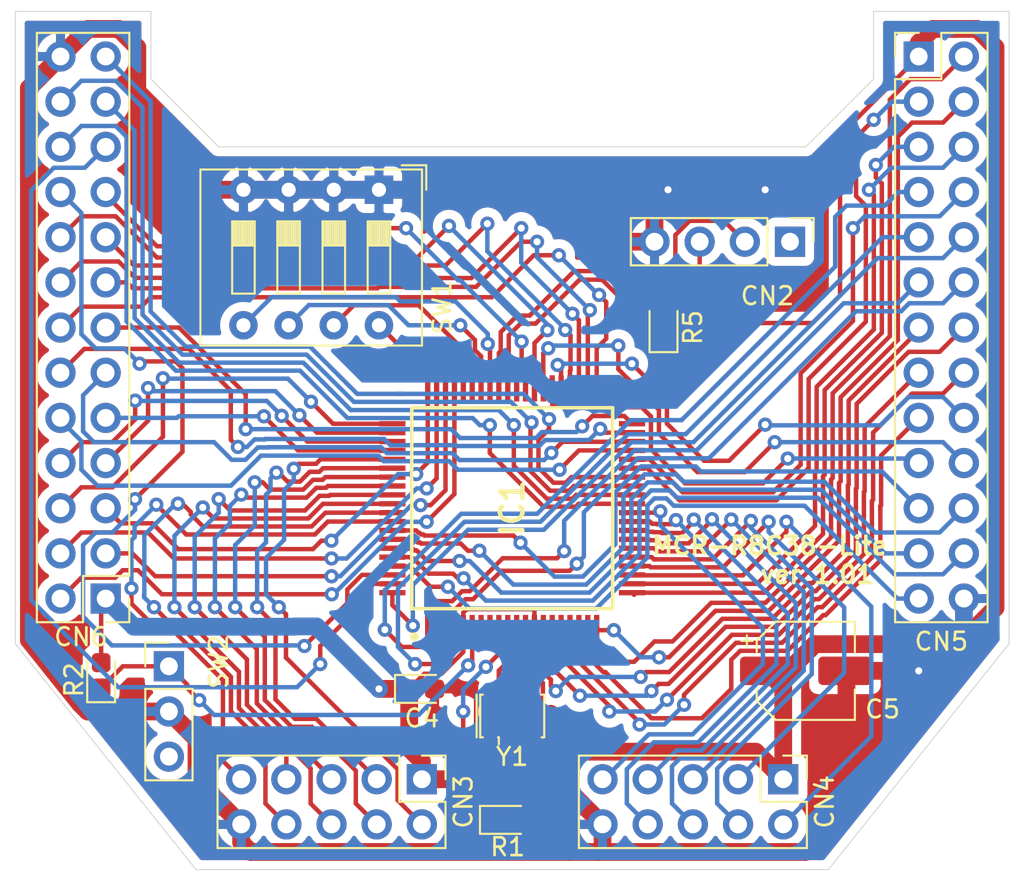
<source format=kicad_pcb>
(kicad_pcb (version 20171130) (host pcbnew "(5.1.6)-1")
  (layers (0 F.Cu signal) (31 B.Cu signal) (34 B.Paste user) (35 F.Paste user) (36 B.SilkS user) (37 F.SilkS user) (38 B.Mask user) (39 F.Mask user) (44 Edge.Cuts user))
  (net 0 "")
  (net 1 vss)
  (net 2 p4-2)
  (net 3 p1-4)
  (net 4 p1-5)
  (net 5 p0-7)
  (net 6 p0-6)
  (net 7 p0-5)
  (net 8 p0-4)
  (net 9 p0-3)
  (net 10 p0-2)
  (net 11 p0-1)
  (net 12 p0-0)
  (net 13 p2-0)
  (net 14 p2-1)
  (net 15 p2-2)
  (net 16 p2-3)
  (net 17 p2-4)
  (net 18 p2-5)
  (net 19 p2-6)
  (net 20 p2-7)
  (net 21 p3-7)
  (net 22 p3-6)
  (net 23 p3-5)
  (net 24 p3-4)
  (net 25 p3-3)
  (net 26 p3-2)
  (net 27 p3-1)
  (net 28 p3-0)
  (net 29 p5-7)
  (net 30 p5-6)
  (net 31 p5-5)
  (net 32 p5-4)
  (net 33 p5-3)
  (net 34 p5-2)
  (net 35 p5-1)
  (net 36 p5-0)
  (net 37 p6-7)
  (net 38 p6-6)
  (net 39 p6-5)
  (net 40 p6-4)
  (net 41 p6-3)
  (net 42 p6-2)
  (net 43 p6-1)
  (net 44 p6-0)
  (net 45 p9-0)
  (net 46 p9-1)
  (net 47 p9-2)
  (net 48 p9-3)
  (net 49 p9-4)
  (net 50 p9-5)
  (net 51 p1-6)
  (net 52 p1-7)
  (net 53 p8-0)
  (net 54 p8-1)
  (net 55 p8-2)
  (net 56 p8-3)
  (net 57 p8-4)
  (net 58 p8-5)
  (net 59 p8-6)
  (net 60 p8-7)
  (net 61 p7-0)
  (net 62 p7-1)
  (net 63 p7-2)
  (net 64 p7-3)
  (net 65 p7-4)
  (net 66 p7-5)
  (net 67 p7-6)
  (net 68 p7-7)
  (net 69 mode)
  (net 70 reset)
  (net 71 p1-3)
  (net 72 p1-2)
  (net 73 p1-1)
  (net 74 p1-0)
  (net 75 xout)
  (net 76 xin)
  (module Connector_PinHeader_2.54mm:PinHeader_1x04_P2.54mm_Vertical (layer F.Cu) (at 170.561 81.534 270)
    (fp_text reference CN2 (at 3.048 1.27) (layer F.SilkS))
    (fp_text value SERIAL)
    (pad 1 thru_hole rect (at 0 0 270) (size 1.7 1.7) (drill 1) (layers *.Cu *.Mask))
    (pad 2 thru_hole oval (at 0 2.54 270) (size 1.7 1.7) (drill 1) (layers *.Cu *.Mask) (net 3 p1-4))
    (pad 3 thru_hole oval (at 0 5.08 270) (size 1.7 1.7) (drill 1) (layers *.Cu *.Mask) (net 4 p1-5))
    (pad 4 thru_hole oval (at 0 7.62 270) (size 1.7 1.7) (drill 1) (layers *.Cu *.Mask) (net 1 vss))
  )
  (module SamacSys_Parts:QFP50P1400X1400X170-80N (layer F.Cu) (at 154.94 96.52 90)
    (fp_text reference IC1 (at 0 0 90) (layer F.SilkS) (effects (font (size 1.27 1.27) (thickness 0.254))))
    (fp_text value R5F2138ACNFP#V0 hide)
    (pad 1 smd rect (at -6.738 -4.75 180) (size 0.3 1.475) (layers F.Cu F.Paste F.Mask) (net 30 p5-6))
    (pad 2 smd rect (at -6.738 -4.25 180) (size 0.3 1.475) (layers F.Cu F.Paste F.Mask) (net 31 p5-5))
    (pad 3 smd rect (at -6.738 -3.75 180) (size 0.3 1.475) (layers F.Cu F.Paste F.Mask) (net 26 p3-2))
    (pad 4 smd rect (at -6.738 -3.25 180) (size 0.3 1.475) (layers F.Cu F.Paste F.Mask) (net 28 p3-0))
    (pad 5 smd rect (at -6.738 -2.75 180) (size 0.3 1.475) (layers F.Cu F.Paste F.Mask) (net 2 p4-2))
    (pad 6 smd rect (at -6.738 -2.25 180) (size 0.3 1.475) (layers F.Cu F.Paste F.Mask) (net 69 mode))
    (pad 7 smd rect (at -6.738 -1.75 180) (size 0.3 1.475) (layers F.Cu F.Paste F.Mask))
    (pad 8 smd rect (at -6.738 -1.25 180) (size 0.3 1.475) (layers F.Cu F.Paste F.Mask))
    (pad 9 smd rect (at -6.738 -0.75 180) (size 0.3 1.475) (layers F.Cu F.Paste F.Mask) (net 70 reset))
    (pad 10 smd rect (at -6.738 -0.25 180) (size 0.3 1.475) (layers F.Cu F.Paste F.Mask) (net 75 xout))
    (pad 11 smd rect (at -6.738 0.25 180) (size 0.3 1.475) (layers F.Cu F.Paste F.Mask) (net 1 vss))
    (pad 12 smd rect (at -6.738 0.75 180) (size 0.3 1.475) (layers F.Cu F.Paste F.Mask) (net 76 xin))
    (pad 13 smd rect (at -6.738 1.25 180) (size 0.3 1.475) (layers F.Cu F.Paste F.Mask) (net 2 p4-2))
    (pad 14 smd rect (at -6.738 1.75 180) (size 0.3 1.475) (layers F.Cu F.Paste F.Mask) (net 32 p5-4))
    (pad 15 smd rect (at -6.738 2.25 180) (size 0.3 1.475) (layers F.Cu F.Paste F.Mask) (net 33 p5-3))
    (pad 16 smd rect (at -6.738 2.75 180) (size 0.3 1.475) (layers F.Cu F.Paste F.Mask) (net 34 p5-2))
    (pad 17 smd rect (at -6.738 3.25 180) (size 0.3 1.475) (layers F.Cu F.Paste F.Mask) (net 35 p5-1))
    (pad 18 smd rect (at -6.738 3.75 180) (size 0.3 1.475) (layers F.Cu F.Paste F.Mask) (net 36 p5-0))
    (pad 19 smd rect (at -6.738 4.25 180) (size 0.3 1.475) (layers F.Cu F.Paste F.Mask) (net 21 p3-7))
    (pad 20 smd rect (at -6.738 4.75 180) (size 0.3 1.475) (layers F.Cu F.Paste F.Mask) (net 23 p3-5))
    (pad 21 smd rect (at -4.75 6.738 90) (size 0.3 1.475) (layers F.Cu F.Paste F.Mask) (net 24 p3-4))
    (pad 22 smd rect (at -4.25 6.738 90) (size 0.3 1.475) (layers F.Cu F.Paste F.Mask) (net 25 p3-3))
    (pad 23 smd rect (at -3.75 6.738 90) (size 0.3 1.475) (layers F.Cu F.Paste F.Mask) (net 20 p2-7))
    (pad 24 smd rect (at -3.25 6.738 90) (size 0.3 1.475) (layers F.Cu F.Paste F.Mask) (net 19 p2-6))
    (pad 25 smd rect (at -2.75 6.738 90) (size 0.3 1.475) (layers F.Cu F.Paste F.Mask) (net 18 p2-5))
    (pad 26 smd rect (at -2.25 6.738 90) (size 0.3 1.475) (layers F.Cu F.Paste F.Mask) (net 17 p2-4))
    (pad 27 smd rect (at -1.75 6.738 90) (size 0.3 1.475) (layers F.Cu F.Paste F.Mask) (net 16 p2-3))
    (pad 28 smd rect (at -1.25 6.738 90) (size 0.3 1.475) (layers F.Cu F.Paste F.Mask) (net 15 p2-2))
    (pad 29 smd rect (at -0.75 6.738 90) (size 0.3 1.475) (layers F.Cu F.Paste F.Mask) (net 14 p2-1))
    (pad 30 smd rect (at -0.25 6.738 90) (size 0.3 1.475) (layers F.Cu F.Paste F.Mask) (net 13 p2-0))
    (pad 31 smd rect (at 0.25 6.738 90) (size 0.3 1.475) (layers F.Cu F.Paste F.Mask) (net 48 p9-3))
    (pad 32 smd rect (at 0.75 6.738 90) (size 0.3 1.475) (layers F.Cu F.Paste F.Mask) (net 47 p9-2))
    (pad 33 smd rect (at 1.25 6.738 90) (size 0.3 1.475) (layers F.Cu F.Paste F.Mask) (net 46 p9-1))
    (pad 34 smd rect (at 1.75 6.738 90) (size 0.3 1.475) (layers F.Cu F.Paste F.Mask) (net 45 p9-0))
    (pad 35 smd rect (at 2.25 6.738 90) (size 0.3 1.475) (layers F.Cu F.Paste F.Mask) (net 22 p3-6))
    (pad 36 smd rect (at 2.75 6.738 90) (size 0.3 1.475) (layers F.Cu F.Paste F.Mask) (net 27 p3-1))
    (pad 37 smd rect (at 3.25 6.738 90) (size 0.3 1.475) (layers F.Cu F.Paste F.Mask) (net 60 p8-7))
    (pad 38 smd rect (at 3.75 6.738 90) (size 0.3 1.475) (layers F.Cu F.Paste F.Mask) (net 59 p8-6))
    (pad 39 smd rect (at 4.25 6.738 90) (size 0.3 1.475) (layers F.Cu F.Paste F.Mask) (net 58 p8-5))
    (pad 40 smd rect (at 4.75 6.738 90) (size 0.3 1.475) (layers F.Cu F.Paste F.Mask) (net 57 p8-4))
    (pad 41 smd rect (at 6.738 4.75 180) (size 0.3 1.475) (layers F.Cu F.Paste F.Mask) (net 56 p8-3))
    (pad 42 smd rect (at 6.738 4.25 180) (size 0.3 1.475) (layers F.Cu F.Paste F.Mask) (net 55 p8-2))
    (pad 43 smd rect (at 6.738 3.75 180) (size 0.3 1.475) (layers F.Cu F.Paste F.Mask) (net 54 p8-1))
    (pad 44 smd rect (at 6.738 3.25 180) (size 0.3 1.475) (layers F.Cu F.Paste F.Mask) (net 53 p8-0))
    (pad 45 smd rect (at 6.738 2.75 180) (size 0.3 1.475) (layers F.Cu F.Paste F.Mask) (net 37 p6-7))
    (pad 46 smd rect (at 6.738 2.25 180) (size 0.3 1.475) (layers F.Cu F.Paste F.Mask) (net 38 p6-6))
    (pad 47 smd rect (at 6.738 1.75 180) (size 0.3 1.475) (layers F.Cu F.Paste F.Mask) (net 39 p6-5))
    (pad 48 smd rect (at 6.738 1.25 180) (size 0.3 1.475) (layers F.Cu F.Paste F.Mask))
    (pad 49 smd rect (at 6.738 0.75 180) (size 0.3 1.475) (layers F.Cu F.Paste F.Mask) (net 52 p1-7))
    (pad 50 smd rect (at 6.738 0.25 180) (size 0.3 1.475) (layers F.Cu F.Paste F.Mask) (net 51 p1-6))
    (pad 51 smd rect (at 6.738 -0.25 180) (size 0.3 1.475) (layers F.Cu F.Paste F.Mask) (net 4 p1-5))
    (pad 52 smd rect (at 6.738 -0.75 180) (size 0.3 1.475) (layers F.Cu F.Paste F.Mask) (net 3 p1-4))
    (pad 53 smd rect (at 6.738 -1.25 180) (size 0.3 1.475) (layers F.Cu F.Paste F.Mask) (net 71 p1-3))
    (pad 54 smd rect (at 6.738 -1.75 180) (size 0.3 1.475) (layers F.Cu F.Paste F.Mask) (net 72 p1-2))
    (pad 55 smd rect (at 6.738 -2.25 180) (size 0.3 1.475) (layers F.Cu F.Paste F.Mask) (net 73 p1-1))
    (pad 56 smd rect (at 6.738 -2.75 180) (size 0.3 1.475) (layers F.Cu F.Paste F.Mask) (net 74 p1-0))
    (pad 57 smd rect (at 6.738 -3.25 180) (size 0.3 1.475) (layers F.Cu F.Paste F.Mask) (net 68 p7-7))
    (pad 58 smd rect (at 6.738 -3.75 180) (size 0.3 1.475) (layers F.Cu F.Paste F.Mask) (net 67 p7-6))
    (pad 59 smd rect (at 6.738 -4.25 180) (size 0.3 1.475) (layers F.Cu F.Paste F.Mask) (net 66 p7-5))
    (pad 60 smd rect (at 6.738 -4.75 180) (size 0.3 1.475) (layers F.Cu F.Paste F.Mask) (net 65 p7-4))
    (pad 61 smd rect (at 4.75 -6.738 90) (size 0.3 1.475) (layers F.Cu F.Paste F.Mask) (net 64 p7-3))
    (pad 62 smd rect (at 4.25 -6.738 90) (size 0.3 1.475) (layers F.Cu F.Paste F.Mask) (net 63 p7-2))
    (pad 63 smd rect (at 3.75 -6.738 90) (size 0.3 1.475) (layers F.Cu F.Paste F.Mask) (net 62 p7-1))
    (pad 64 smd rect (at 3.25 -6.738 90) (size 0.3 1.475) (layers F.Cu F.Paste F.Mask) (net 61 p7-0))
    (pad 65 smd rect (at 2.75 -6.738 90) (size 0.3 1.475) (layers F.Cu F.Paste F.Mask) (net 5 p0-7))
    (pad 66 smd rect (at 2.25 -6.738 90) (size 0.3 1.475) (layers F.Cu F.Paste F.Mask) (net 6 p0-6))
    (pad 67 smd rect (at 1.75 -6.738 90) (size 0.3 1.475) (layers F.Cu F.Paste F.Mask) (net 7 p0-5))
    (pad 68 smd rect (at 1.25 -6.738 90) (size 0.3 1.475) (layers F.Cu F.Paste F.Mask) (net 8 p0-4))
    (pad 69 smd rect (at 0.75 -6.738 90) (size 0.3 1.475) (layers F.Cu F.Paste F.Mask) (net 9 p0-3))
    (pad 70 smd rect (at 0.25 -6.738 90) (size 0.3 1.475) (layers F.Cu F.Paste F.Mask) (net 10 p0-2))
    (pad 71 smd rect (at -0.25 -6.738 90) (size 0.3 1.475) (layers F.Cu F.Paste F.Mask) (net 11 p0-1))
    (pad 72 smd rect (at -0.75 -6.738 90) (size 0.3 1.475) (layers F.Cu F.Paste F.Mask) (net 12 p0-0))
    (pad 73 smd rect (at -1.25 -6.738 90) (size 0.3 1.475) (layers F.Cu F.Paste F.Mask) (net 40 p6-4))
    (pad 74 smd rect (at -1.75 -6.738 90) (size 0.3 1.475) (layers F.Cu F.Paste F.Mask) (net 41 p6-3))
    (pad 75 smd rect (at -2.25 -6.738 90) (size 0.3 1.475) (layers F.Cu F.Paste F.Mask) (net 42 p6-2))
    (pad 76 smd rect (at -2.75 -6.738 90) (size 0.3 1.475) (layers F.Cu F.Paste F.Mask) (net 43 p6-1))
    (pad 77 smd rect (at -3.25 -6.738 90) (size 0.3 1.475) (layers F.Cu F.Paste F.Mask) (net 44 p6-0))
    (pad 78 smd rect (at -3.75 -6.738 90) (size 0.3 1.475) (layers F.Cu F.Paste F.Mask) (net 50 p9-5))
    (pad 79 smd rect (at -4.25 -6.738 90) (size 0.3 1.475) (layers F.Cu F.Paste F.Mask) (net 49 p9-4))
    (pad 80 smd rect (at -4.75 -6.738 90) (size 0.3 1.475) (layers F.Cu F.Paste F.Mask) (net 29 p5-7))
  )
  (module Connector_PinHeader_2.54mm:PinHeader_2x13_P2.54mm_Vertical (layer F.Cu) (at 177.8 71.12)
    (fp_text reference CN5 (at 1.27 32.893) (layer F.SilkS))
    (fp_text value Conn_01x26)
    (pad 1 thru_hole rect (at 0 0) (size 1.7 1.7) (drill 1) (layers *.Cu *.Mask) (net 2 p4-2))
    (pad 2 thru_hole oval (at 2.54 0) (size 1.7 1.7) (drill 1) (layers *.Cu *.Mask) (net 21 p3-7))
    (pad 3 thru_hole oval (at 0 2.54) (size 1.7 1.7) (drill 1) (layers *.Cu *.Mask) (net 22 p3-6))
    (pad 4 thru_hole oval (at 2.54 2.54) (size 1.7 1.7) (drill 1) (layers *.Cu *.Mask) (net 23 p3-5))
    (pad 5 thru_hole oval (at 0 5.08) (size 1.7 1.7) (drill 1) (layers *.Cu *.Mask) (net 24 p3-4))
    (pad 6 thru_hole oval (at 2.54 5.08) (size 1.7 1.7) (drill 1) (layers *.Cu *.Mask) (net 25 p3-3))
    (pad 7 thru_hole oval (at 0 7.62) (size 1.7 1.7) (drill 1) (layers *.Cu *.Mask) (net 26 p3-2))
    (pad 8 thru_hole oval (at 2.54 7.62) (size 1.7 1.7) (drill 1) (layers *.Cu *.Mask) (net 27 p3-1))
    (pad 9 thru_hole oval (at 0 10.16) (size 1.7 1.7) (drill 1) (layers *.Cu *.Mask) (net 28 p3-0))
    (pad 10 thru_hole oval (at 2.54 10.16) (size 1.7 1.7) (drill 1) (layers *.Cu *.Mask) (net 29 p5-7))
    (pad 11 thru_hole oval (at 0 12.7) (size 1.7 1.7) (drill 1) (layers *.Cu *.Mask) (net 30 p5-6))
    (pad 12 thru_hole oval (at 2.54 12.7) (size 1.7 1.7) (drill 1) (layers *.Cu *.Mask) (net 31 p5-5))
    (pad 13 thru_hole oval (at 0 15.24) (size 1.7 1.7) (drill 1) (layers *.Cu *.Mask) (net 32 p5-4))
    (pad 14 thru_hole oval (at 2.54 15.24) (size 1.7 1.7) (drill 1) (layers *.Cu *.Mask) (net 33 p5-3))
    (pad 15 thru_hole oval (at 0 17.78) (size 1.7 1.7) (drill 1) (layers *.Cu *.Mask) (net 34 p5-2))
    (pad 16 thru_hole oval (at 2.54 17.78) (size 1.7 1.7) (drill 1) (layers *.Cu *.Mask) (net 35 p5-1))
    (pad 17 thru_hole oval (at 0 20.32) (size 1.7 1.7) (drill 1) (layers *.Cu *.Mask) (net 36 p5-0))
    (pad 18 thru_hole oval (at 2.54 20.32) (size 1.7 1.7) (drill 1) (layers *.Cu *.Mask) (net 37 p6-7))
    (pad 19 thru_hole oval (at 0 22.86) (size 1.7 1.7) (drill 1) (layers *.Cu *.Mask) (net 38 p6-6))
    (pad 20 thru_hole oval (at 2.54 22.86) (size 1.7 1.7) (drill 1) (layers *.Cu *.Mask) (net 39 p6-5))
    (pad 21 thru_hole oval (at 0 25.4) (size 1.7 1.7) (drill 1) (layers *.Cu *.Mask) (net 40 p6-4))
    (pad 22 thru_hole oval (at 2.54 25.4) (size 1.7 1.7) (drill 1) (layers *.Cu *.Mask) (net 41 p6-3))
    (pad 23 thru_hole oval (at 0 27.94) (size 1.7 1.7) (drill 1) (layers *.Cu *.Mask) (net 42 p6-2))
    (pad 24 thru_hole oval (at 2.54 27.94) (size 1.7 1.7) (drill 1) (layers *.Cu *.Mask) (net 43 p6-1))
    (pad 25 thru_hole oval (at 0 30.48) (size 1.7 1.7) (drill 1) (layers *.Cu *.Mask) (net 44 p6-0))
    (pad 26 thru_hole oval (at 2.54 30.48) (size 1.7 1.7) (drill 1) (layers *.Cu *.Mask) (net 1 vss))
  )
  (module Button_Switch_THT:SW_DIP_SPSTx04_Slide_9.78x12.34mm_W7.62mm_P2.54mm (layer F.Cu) (at 147.447 78.613 270)
    (fp_text reference SW1 (at 6.604 -3.556 90) (layer F.SilkS))
    (fp_text value SW_DIP_x04)
    (pad 1 thru_hole rect (at 0 0 270) (size 1.6 1.6) (drill 0.8) (layers *.Cu *.Mask) (net 1 vss))
    (pad 5 thru_hole oval (at 7.62 7.62 270) (size 1.6 1.6) (drill 0.8) (layers *.Cu *.Mask) (net 71 p1-3))
    (pad 2 thru_hole oval (at 0 2.54 270) (size 1.6 1.6) (drill 0.8) (layers *.Cu *.Mask) (net 1 vss))
    (pad 6 thru_hole oval (at 7.62 5.08 270) (size 1.6 1.6) (drill 0.8) (layers *.Cu *.Mask) (net 72 p1-2))
    (pad 3 thru_hole oval (at 0 5.08 270) (size 1.6 1.6) (drill 0.8) (layers *.Cu *.Mask) (net 1 vss))
    (pad 7 thru_hole oval (at 7.62 2.54 270) (size 1.6 1.6) (drill 0.8) (layers *.Cu *.Mask) (net 73 p1-1))
    (pad 4 thru_hole oval (at 0 7.62 270) (size 1.6 1.6) (drill 0.8) (layers *.Cu *.Mask) (net 1 vss))
    (pad 8 thru_hole oval (at 7.62 0 270) (size 1.6 1.6) (drill 0.8) (layers *.Cu *.Mask) (net 74 p1-0))
  )
  (module Capacitor_Tantalum_SMD:CP_EIA-1608-10_AVX-L (layer F.Cu) (at 149.86 106.68)
    (fp_text reference C4 (at 0 1.651) (layer F.SilkS))
    (fp_text value 0.1uf)
    (pad 1 smd roundrect (at -0.7125 0) (size 1.075 1.05) (layers F.Cu F.Paste F.Mask) (roundrect_rratio 0.238095) (net 2 p4-2))
    (pad 2 smd roundrect (at 0.7125 0) (size 1.075 1.05) (layers F.Cu F.Paste F.Mask) (roundrect_rratio 0.238095) (net 1 vss))
  )
  (module Capacitor_SMD:CP_Elec_5x5.8 (layer F.Cu) (at 171.45 105.664)
    (fp_text reference C5 (at 4.318 2.159) (layer F.SilkS))
    (fp_text value 6.37v47uf)
    (pad 1 smd roundrect (at -2.2 0) (size 3 1.6) (layers F.Cu F.Paste F.Mask) (roundrect_rratio 0.15625) (net 2 p4-2))
    (pad 2 smd roundrect (at 2.2 0) (size 3 1.6) (layers F.Cu F.Paste F.Mask) (roundrect_rratio 0.15625) (net 1 vss))
  )
  (module Connector_PinHeader_2.54mm:PinHeader_2x05_P2.54mm_Vertical (layer F.Cu) (at 149.86 111.76 270)
    (fp_text reference CN3 (at 1.27 -2.33 90) (layer F.SilkS))
    (fp_text value Conn_01x10)
    (pad 1 thru_hole rect (at 0 0 270) (size 1.7 1.7) (drill 1) (layers *.Cu *.Mask) (net 2 p4-2))
    (pad 2 thru_hole oval (at 2.54 0 270) (size 1.7 1.7) (drill 1) (layers *.Cu *.Mask) (net 5 p0-7))
    (pad 3 thru_hole oval (at 0 2.54 270) (size 1.7 1.7) (drill 1) (layers *.Cu *.Mask) (net 6 p0-6))
    (pad 4 thru_hole oval (at 2.54 2.54 270) (size 1.7 1.7) (drill 1) (layers *.Cu *.Mask) (net 7 p0-5))
    (pad 5 thru_hole oval (at 0 5.08 270) (size 1.7 1.7) (drill 1) (layers *.Cu *.Mask) (net 8 p0-4))
    (pad 6 thru_hole oval (at 2.54 5.08 270) (size 1.7 1.7) (drill 1) (layers *.Cu *.Mask) (net 9 p0-3))
    (pad 7 thru_hole oval (at 0 7.62 270) (size 1.7 1.7) (drill 1) (layers *.Cu *.Mask) (net 10 p0-2))
    (pad 8 thru_hole oval (at 2.54 7.62 270) (size 1.7 1.7) (drill 1) (layers *.Cu *.Mask) (net 11 p0-1))
    (pad 9 thru_hole oval (at 0 10.16 270) (size 1.7 1.7) (drill 1) (layers *.Cu *.Mask) (net 12 p0-0))
    (pad 10 thru_hole oval (at 2.54 10.16 270) (size 1.7 1.7) (drill 1) (layers *.Cu *.Mask) (net 1 vss))
  )
  (module Connector_PinHeader_2.54mm:PinHeader_2x05_P2.54mm_Vertical (layer F.Cu) (at 170.18 111.76 270)
    (fp_text reference CN4 (at 1.27 -2.33 90) (layer F.SilkS))
    (fp_text value Conn_01x10)
    (pad 10 thru_hole oval (at 2.54 10.16 270) (size 1.7 1.7) (drill 1) (layers *.Cu *.Mask) (net 1 vss))
    (pad 9 thru_hole oval (at 0 10.16 270) (size 1.7 1.7) (drill 1) (layers *.Cu *.Mask) (net 13 p2-0))
    (pad 8 thru_hole oval (at 2.54 7.62 270) (size 1.7 1.7) (drill 1) (layers *.Cu *.Mask) (net 14 p2-1))
    (pad 7 thru_hole oval (at 0 7.62 270) (size 1.7 1.7) (drill 1) (layers *.Cu *.Mask) (net 15 p2-2))
    (pad 6 thru_hole oval (at 2.54 5.08 270) (size 1.7 1.7) (drill 1) (layers *.Cu *.Mask) (net 16 p2-3))
    (pad 5 thru_hole oval (at 0 5.08 270) (size 1.7 1.7) (drill 1) (layers *.Cu *.Mask) (net 17 p2-4))
    (pad 4 thru_hole oval (at 2.54 2.54 270) (size 1.7 1.7) (drill 1) (layers *.Cu *.Mask) (net 18 p2-5))
    (pad 3 thru_hole oval (at 0 2.54 270) (size 1.7 1.7) (drill 1) (layers *.Cu *.Mask) (net 19 p2-6))
    (pad 2 thru_hole oval (at 2.54 0 270) (size 1.7 1.7) (drill 1) (layers *.Cu *.Mask) (net 20 p2-7))
    (pad 1 thru_hole rect (at 0 0 270) (size 1.7 1.7) (drill 1) (layers *.Cu *.Mask) (net 2 p4-2))
  )
  (module Connector_PinHeader_2.54mm:PinHeader_2x13_P2.54mm_Vertical (layer F.Cu) (at 132.08 101.6 180)
    (fp_text reference CN6 (at 1.397 -2.159) (layer F.SilkS))
    (fp_text value Conn_01x26)
    (pad 1 thru_hole rect (at 0 0 180) (size 1.7 1.7) (drill 1) (layers *.Cu *.Mask) (net 2 p4-2))
    (pad 2 thru_hole oval (at 2.54 0 180) (size 1.7 1.7) (drill 1) (layers *.Cu *.Mask) (net 68 p7-7))
    (pad 3 thru_hole oval (at 0 2.54 180) (size 1.7 1.7) (drill 1) (layers *.Cu *.Mask) (net 67 p7-6))
    (pad 4 thru_hole oval (at 2.54 2.54 180) (size 1.7 1.7) (drill 1) (layers *.Cu *.Mask) (net 66 p7-5))
    (pad 5 thru_hole oval (at 0 5.08 180) (size 1.7 1.7) (drill 1) (layers *.Cu *.Mask) (net 65 p7-4))
    (pad 6 thru_hole oval (at 2.54 5.08 180) (size 1.7 1.7) (drill 1) (layers *.Cu *.Mask) (net 64 p7-3))
    (pad 7 thru_hole oval (at 0 7.62 180) (size 1.7 1.7) (drill 1) (layers *.Cu *.Mask) (net 63 p7-2))
    (pad 8 thru_hole oval (at 2.54 7.62 180) (size 1.7 1.7) (drill 1) (layers *.Cu *.Mask) (net 62 p7-1))
    (pad 9 thru_hole oval (at 0 10.16 180) (size 1.7 1.7) (drill 1) (layers *.Cu *.Mask) (net 61 p7-0))
    (pad 10 thru_hole oval (at 2.54 10.16 180) (size 1.7 1.7) (drill 1) (layers *.Cu *.Mask) (net 60 p8-7))
    (pad 11 thru_hole oval (at 0 12.7 180) (size 1.7 1.7) (drill 1) (layers *.Cu *.Mask) (net 59 p8-6))
    (pad 12 thru_hole oval (at 2.54 12.7 180) (size 1.7 1.7) (drill 1) (layers *.Cu *.Mask) (net 58 p8-5))
    (pad 13 thru_hole oval (at 0 15.24 180) (size 1.7 1.7) (drill 1) (layers *.Cu *.Mask) (net 57 p8-4))
    (pad 14 thru_hole oval (at 2.54 15.24 180) (size 1.7 1.7) (drill 1) (layers *.Cu *.Mask) (net 56 p8-3))
    (pad 15 thru_hole oval (at 0 17.78 180) (size 1.7 1.7) (drill 1) (layers *.Cu *.Mask) (net 55 p8-2))
    (pad 16 thru_hole oval (at 2.54 17.78 180) (size 1.7 1.7) (drill 1) (layers *.Cu *.Mask) (net 54 p8-1))
    (pad 17 thru_hole oval (at 0 20.32 180) (size 1.7 1.7) (drill 1) (layers *.Cu *.Mask) (net 53 p8-0))
    (pad 18 thru_hole oval (at 2.54 20.32 180) (size 1.7 1.7) (drill 1) (layers *.Cu *.Mask) (net 52 p1-7))
    (pad 19 thru_hole oval (at 0 22.86 180) (size 1.7 1.7) (drill 1) (layers *.Cu *.Mask) (net 51 p1-6))
    (pad 20 thru_hole oval (at 2.54 22.86 180) (size 1.7 1.7) (drill 1) (layers *.Cu *.Mask) (net 50 p9-5))
    (pad 21 thru_hole oval (at 0 25.4 180) (size 1.7 1.7) (drill 1) (layers *.Cu *.Mask) (net 49 p9-4))
    (pad 22 thru_hole oval (at 2.54 25.4 180) (size 1.7 1.7) (drill 1) (layers *.Cu *.Mask) (net 48 p9-3))
    (pad 23 thru_hole oval (at 0 27.94 180) (size 1.7 1.7) (drill 1) (layers *.Cu *.Mask) (net 47 p9-2))
    (pad 24 thru_hole oval (at 2.54 27.94 180) (size 1.7 1.7) (drill 1) (layers *.Cu *.Mask) (net 46 p9-1))
    (pad 25 thru_hole oval (at 0 30.48 180) (size 1.7 1.7) (drill 1) (layers *.Cu *.Mask) (net 45 p9-0))
    (pad 26 thru_hole oval (at 2.54 30.48 180) (size 1.7 1.7) (drill 1) (layers *.Cu *.Mask) (net 1 vss))
  )
  (module Capacitor_Tantalum_SMD:CP_EIA-1608-10_AVX-L (layer F.Cu) (at 154.6365 114.046)
    (fp_text reference R1 (at 0.0495 1.524) (layer F.SilkS))
    (fp_text value 4.7k)
    (pad 1 smd roundrect (at -0.7125 0) (size 1.075 1.05) (layers F.Cu F.Paste F.Mask) (roundrect_rratio 0.238095) (net 2 p4-2))
    (pad 2 smd roundrect (at 0.7125 0) (size 1.075 1.05) (layers F.Cu F.Paste F.Mask) (roundrect_rratio 0.238095) (net 70 reset))
  )
  (module Capacitor_Tantalum_SMD:CP_EIA-1608-10_AVX-L (layer F.Cu) (at 131.826 105.918 90)
    (fp_text reference R2 (at -0.254 -1.524 90) (layer F.SilkS))
    (fp_text value 4.7k)
    (pad 1 smd roundrect (at -0.7125 0 90) (size 1.075 1.05) (layers F.Cu F.Paste F.Mask) (roundrect_rratio 0.238095) (net 69 mode))
    (pad 2 smd roundrect (at 0.7125 0 90) (size 1.075 1.05) (layers F.Cu F.Paste F.Mask) (roundrect_rratio 0.238095) (net 2 p4-2))
  )
  (module Capacitor_Tantalum_SMD:CP_EIA-1608-10_AVX-L (layer F.Cu) (at 163.449 86.233 90)
    (fp_text reference R5 (at -0.127 1.651 90) (layer F.SilkS))
    (fp_text value 4.7k)
    (pad 1 smd roundrect (at -0.7125 0 90) (size 1.075 1.05) (layers F.Cu F.Paste F.Mask) (roundrect_rratio 0.238095) (net 2 p4-2))
    (pad 2 smd roundrect (at 0.7125 0 90) (size 1.075 1.05) (layers F.Cu F.Paste F.Mask) (roundrect_rratio 0.238095) (net 4 p1-5))
  )
  (module Connector_PinHeader_2.54mm:PinHeader_1x03_P2.54mm_Vertical (layer F.Cu) (at 135.636 105.41)
    (fp_text reference SW2 (at 2.794 -0.254 90) (layer F.SilkS))
    (fp_text value SW_MODE)
    (pad 1 thru_hole rect (at 0 0) (size 1.7 1.7) (drill 1) (layers *.Cu *.Mask) (net 69 mode))
    (pad 2 thru_hole oval (at 0 2.54) (size 1.7 1.7) (drill 1) (layers *.Cu *.Mask) (net 1 vss))
    (pad 3 thru_hole oval (at 0 5.08) (size 1.7 1.7) (drill 1) (layers *.Cu *.Mask))
  )
  (module Crystal:Resonator_SMD_muRata_CSTxExxV-3Pin_3.0x1.1mm_HandSoldering (layer F.Cu) (at 154.94 108.204)
    (fp_text reference Y1 (at 0 2.286) (layer F.SilkS))
    (fp_text value 20MHz)
    (pad 1 smd rect (at -1.2 0) (size 0.4 3.2) (layers F.Cu F.Paste F.Mask) (net 75 xout))
    (pad 2 smd rect (at 0 0) (size 0.4 3.2) (layers F.Cu F.Paste F.Mask) (net 1 vss))
    (pad 3 smd rect (at 1.2 0) (size 0.4 3.2) (layers F.Cu F.Paste F.Mask) (net 76 xin))
  )
  (gr_line (start 138.43 76.2) (end 171.45 76.2) (layer Edge.Cuts) (width 0.05))
  (gr_line (start 134.62 72.39) (end 138.43 76.2) (layer Edge.Cuts) (width 0.05))
  (gr_line (start 134.62 68.58) (end 134.62 72.39) (layer Edge.Cuts) (width 0.05))
  (gr_line (start 175.26 72.39) (end 171.45 76.2) (layer Edge.Cuts) (width 0.05))
  (gr_line (start 175.26 68.58) (end 175.26 72.39) (layer Edge.Cuts) (width 0.05))
  (gr_line (start 175.26 68.58) (end 182.88 68.58) (layer Edge.Cuts) (width 0.05))
  (gr_text "MCR-R8C38-Lite \n      ver 1.01" (at 169.799 99.441) (layer F.SilkS) (effects (font (size 1 1) (thickness 0.2))))
  (gr_line (start 137.16 116.84) (end 172.72 116.84) (layer Edge.Cuts) (width 0.05))
  (gr_line (start 127 104.14) (end 137.16 116.84) (layer Edge.Cuts) (width 0.05))
  (gr_line (start 127 68.58) (end 127 104.14) (layer Edge.Cuts) (width 0.05))
  (gr_line (start 134.62 68.58) (end 127 68.58) (layer Edge.Cuts) (width 0.05))
  (gr_line (start 182.88 104.14) (end 182.88 68.58) (layer Edge.Cuts) (width 0.05))
  (gr_line (start 172.72 116.84) (end 182.88 104.14) (layer Edge.Cuts) (width 0.05))
  (segment (start 150.813502 106.921002) (end 150.5725 106.68) (width 0.25) (layer F.Cu) (net 1))
  (segment (start 127.762 103.931917) (end 130.626326 107.512326) (width 1) (layer F.Cu) (net 1))
  (segment (start 131.064 107.95) (end 135.636 107.95) (width 1) (layer F.Cu) (net 1))
  (segment (start 130.626326 107.512326) (end 131.064 107.95) (width 1) (layer F.Cu) (net 1))
  (segment (start 137.186001 109.500001) (end 137.186001 111.786001) (width 1) (layer F.Cu) (net 1))
  (segment (start 137.186001 111.786001) (end 139.7 114.3) (width 1) (layer F.Cu) (net 1))
  (segment (start 135.636 107.95) (end 137.186001 109.500001) (width 1) (layer F.Cu) (net 1))
  (segment (start 139.7 114.3) (end 139.7 115.316) (width 1) (layer F.Cu) (net 1))
  (segment (start 140.234001 115.850001) (end 158.215999 115.850001) (width 1) (layer F.Cu) (net 1))
  (segment (start 139.7 115.316) (end 140.234001 115.850001) (width 1) (layer F.Cu) (net 1))
  (segment (start 160.02 115.57) (end 159.739999 115.850001) (width 1) (layer F.Cu) (net 1))
  (segment (start 160.02 114.3) (end 160.02 115.57) (width 1) (layer F.Cu) (net 1))
  (segment (start 158.215999 115.850001) (end 159.739999 115.850001) (width 1) (layer F.Cu) (net 1))
  (segment (start 159.739999 115.850001) (end 171.423999 115.850001) (width 1) (layer F.Cu) (net 1))
  (segment (start 171.423999 115.850001) (end 173.736 113.538) (width 1) (layer F.Cu) (net 1))
  (segment (start 173.736 105.75) (end 173.65 105.664) (width 1) (layer F.Cu) (net 1))
  (segment (start 173.736 113.538) (end 173.736 105.75) (width 1) (layer F.Cu) (net 1))
  (segment (start 158.54099 112.82099) (end 155.29073 112.82099) (width 1) (layer F.Cu) (net 1))
  (segment (start 160.02 114.3) (end 158.54099 112.82099) (width 1) (layer F.Cu) (net 1))
  (segment (start 155.29073 112.82099) (end 154.22974 111.76) (width 1) (layer F.Cu) (net 1))
  (segment (start 154.22974 111.76) (end 154.178 111.76) (width 0.25) (layer F.Cu) (net 1))
  (segment (start 155.19 103.258) (end 155.19 105.406) (width 0.25) (layer F.Cu) (net 1))
  (segment (start 155.19 105.406) (end 154.94 105.656) (width 0.25) (layer F.Cu) (net 1))
  (segment (start 154.94 105.656) (end 154.94 108.204) (width 0.25) (layer F.Cu) (net 1))
  (segment (start 154.94 108.204) (end 154.94 110.998) (width 0.25) (layer F.Cu) (net 1))
  (segment (start 154.305 111.633) (end 154.051 111.633) (width 0.25) (layer F.Cu) (net 1))
  (segment (start 154.94 110.998) (end 154.305 111.633) (width 0.25) (layer F.Cu) (net 1))
  (segment (start 154.305 111.633) (end 154.178 111.76) (width 0.25) (layer F.Cu) (net 1))
  (segment (start 154.051 111.633) (end 152.908 110.49) (width 0.25) (layer F.Cu) (net 1))
  (segment (start 152.908 110.49) (end 152.908 107.188) (width 0.25) (layer F.Cu) (net 1))
  (segment (start 152.4 106.68) (end 150.5725 106.68) (width 0.25) (layer F.Cu) (net 1))
  (segment (start 152.908 107.188) (end 152.4 106.68) (width 0.25) (layer F.Cu) (net 1))
  (via (at 177.8 105.664) (size 0.8) (drill 0.4) (layers F.Cu B.Cu) (net 1))
  (segment (start 173.65 105.664) (end 177.8 105.664) (width 1) (layer F.Cu) (net 1))
  (segment (start 177.8 105.664) (end 178.689 105.664) (width 1) (layer B.Cu) (net 1))
  (segment (start 180.34 104.013) (end 180.34 101.6) (width 1) (layer B.Cu) (net 1))
  (segment (start 178.689 105.664) (end 180.34 104.013) (width 1) (layer B.Cu) (net 1))
  (segment (start 131.090001 69.569999) (end 129.54 71.12) (width 1) (layer F.Cu) (net 1))
  (segment (start 129.54 71.12) (end 127.762 72.898) (width 1) (layer F.Cu) (net 1))
  (segment (start 127.762 72.898) (end 127.762 103.931917) (width 1) (layer F.Cu) (net 1))
  (segment (start 132.824001 69.569999) (end 133.858 70.603998) (width 1) (layer F.Cu) (net 1))
  (segment (start 131.090001 69.569999) (end 132.824001 69.569999) (width 1) (layer F.Cu) (net 1))
  (segment (start 133.858 70.603998) (end 133.858 77.978) (width 1) (layer F.Cu) (net 1))
  (segment (start 134.493 78.613) (end 139.827 78.613) (width 1) (layer F.Cu) (net 1))
  (segment (start 133.858 77.978) (end 134.493 78.613) (width 1) (layer F.Cu) (net 1))
  (segment (start 139.827 78.613) (end 147.447 78.613) (width 1) (layer F.Cu) (net 1))
  (segment (start 147.447 78.613) (end 156.21 78.613) (width 1) (layer F.Cu) (net 1))
  (segment (start 159.131 81.534) (end 162.941 81.534) (width 1) (layer F.Cu) (net 1))
  (segment (start 156.21 78.613) (end 159.131 81.534) (width 1) (layer F.Cu) (net 1))
  (via (at 163.703 78.613) (size 0.8) (drill 0.4) (layers F.Cu B.Cu) (net 1))
  (segment (start 162.941 81.534) (end 162.941 79.375) (width 1) (layer F.Cu) (net 1))
  (segment (start 162.941 79.375) (end 163.703 78.613) (width 1) (layer F.Cu) (net 1))
  (via (at 169.164 78.613) (size 0.8) (drill 0.4) (layers F.Cu B.Cu) (net 1))
  (segment (start 163.703 78.613) (end 169.164 78.613) (width 1) (layer F.Cu) (net 1))
  (segment (start 163.703 78.613) (end 139.827 78.613) (width 1) (layer B.Cu) (net 1))
  (segment (start 170.18 106.594) (end 169.25 105.664) (width 1) (layer F.Cu) (net 2))
  (segment (start 170.18 111.76) (end 170.18 106.594) (width 1) (layer F.Cu) (net 2))
  (segment (start 151.638 111.76) (end 153.924 114.046) (width 1) (layer F.Cu) (net 2))
  (segment (start 149.86 111.76) (end 151.638 111.76) (width 1) (layer F.Cu) (net 2))
  (segment (start 149.86 111.76) (end 149.86 110.744) (width 1) (layer F.Cu) (net 2))
  (segment (start 149.1475 110.0315) (end 149.1475 106.68) (width 1) (layer F.Cu) (net 2))
  (segment (start 149.86 110.744) (end 149.1475 110.0315) (width 1) (layer F.Cu) (net 2))
  (via (at 147.447 106.68) (size 0.8) (drill 0.4) (layers F.Cu B.Cu) (net 2))
  (segment (start 149.1475 106.68) (end 147.447 106.68) (width 1) (layer F.Cu) (net 2))
  (segment (start 131.826 101.854) (end 132.08 101.6) (width 0.25) (layer F.Cu) (net 2))
  (segment (start 131.826 105.2055) (end 131.826 101.854) (width 0.25) (layer F.Cu) (net 2))
  (segment (start 168.629999 110.209999) (end 159.231999 110.209999) (width 1) (layer F.Cu) (net 2))
  (segment (start 170.18 111.76) (end 168.629999 110.209999) (width 1) (layer F.Cu) (net 2))
  (segment (start 159.231999 110.209999) (end 157.099 108.077) (width 1) (layer F.Cu) (net 2))
  (segment (start 157.099 108.077) (end 156.9085 107.8865) (width 0.25) (layer F.Cu) (net 2))
  (segment (start 156.9085 107.8865) (end 156.7815 107.7595) (width 0.25) (layer F.Cu) (net 2))
  (segment (start 156.19 105.868998) (end 156.665001 106.343999) (width 0.25) (layer F.Cu) (net 2))
  (segment (start 156.665001 106.343999) (end 156.665001 107.643001) (width 0.25) (layer F.Cu) (net 2))
  (segment (start 156.19 103.258) (end 156.19 105.868998) (width 0.25) (layer F.Cu) (net 2))
  (segment (start 156.665001 107.643001) (end 156.9085 107.8865) (width 0.25) (layer F.Cu) (net 2))
  (segment (start 182.118 102.116002) (end 180.070012 104.16399) (width 1) (layer F.Cu) (net 2))
  (segment (start 181.084001 69.569999) (end 182.118 70.603998) (width 1) (layer F.Cu) (net 2))
  (segment (start 177.8 70.358) (end 178.588001 69.569999) (width 1) (layer F.Cu) (net 2))
  (segment (start 178.588001 69.569999) (end 181.084001 69.569999) (width 1) (layer F.Cu) (net 2))
  (segment (start 180.070012 104.16399) (end 171.964806 104.16399) (width 1) (layer F.Cu) (net 2))
  (segment (start 177.8 71.12) (end 177.8 70.358) (width 1) (layer F.Cu) (net 2))
  (segment (start 170.464796 105.664) (end 169.25 105.664) (width 1) (layer F.Cu) (net 2))
  (segment (start 171.964806 104.16399) (end 170.464796 105.664) (width 1) (layer F.Cu) (net 2))
  (segment (start 182.118 70.603998) (end 182.118 102.116002) (width 1) (layer F.Cu) (net 2))
  (segment (start 156.19 103.258) (end 156.19 102.2705) (width 0.25) (layer F.Cu) (net 2))
  (segment (start 156.19 102.2705) (end 156.114999 102.195499) (width 0.25) (layer F.Cu) (net 2))
  (segment (start 152.19 102.394411) (end 152.19 103.258) (width 0.25) (layer F.Cu) (net 2))
  (segment (start 156.114999 102.195499) (end 152.388911 102.195499) (width 0.25) (layer F.Cu) (net 2))
  (segment (start 152.388911 102.195499) (end 152.19 102.394411) (width 0.25) (layer F.Cu) (net 2))
  (segment (start 152.19 104.60541) (end 150.96542 105.82999) (width 0.25) (layer F.Cu) (net 2))
  (segment (start 150.96542 105.82999) (end 149.99751 105.82999) (width 0.25) (layer F.Cu) (net 2))
  (segment (start 152.19 103.258) (end 152.19 104.60541) (width 0.25) (layer F.Cu) (net 2))
  (segment (start 149.99751 105.82999) (end 149.1475 106.68) (width 0.25) (layer F.Cu) (net 2))
  (segment (start 142.711195 103.183801) (end 133.663801 103.183801) (width 1) (layer B.Cu) (net 2))
  (segment (start 142.727998 103.166998) (end 142.711195 103.183801) (width 1) (layer B.Cu) (net 2))
  (segment (start 143.933998 103.166998) (end 142.727998 103.166998) (width 1) (layer B.Cu) (net 2))
  (segment (start 147.447 106.68) (end 143.933998 103.166998) (width 1) (layer B.Cu) (net 2))
  (segment (start 133.663801 103.183801) (end 132.08 101.6) (width 1) (layer B.Cu) (net 2))
  (segment (start 173.374943 84.562057) (end 173.374943 75.545057) (width 0.25) (layer F.Cu) (net 2))
  (segment (start 173.374943 75.545057) (end 177.8 71.12) (width 0.25) (layer F.Cu) (net 2))
  (segment (start 171.831 86.106) (end 173.374943 84.562057) (width 0.25) (layer F.Cu) (net 2))
  (segment (start 164.2885 86.106) (end 163.449 86.9455) (width 0.25) (layer F.Cu) (net 2))
  (segment (start 171.831 86.106) (end 164.2885 86.106) (width 0.25) (layer F.Cu) (net 2))
  (segment (start 154.19 87.786724) (end 154.294246 87.682478) (width 0.25) (layer F.Cu) (net 3))
  (segment (start 154.19 89.782) (end 154.19 87.786724) (width 0.25) (layer F.Cu) (net 3))
  (segment (start 154.294246 86.613674) (end 155.219919 85.688001) (width 0.25) (layer F.Cu) (net 3))
  (segment (start 155.219919 85.688001) (end 155.923001 85.688001) (width 0.25) (layer F.Cu) (net 3))
  (segment (start 154.294246 87.682478) (end 154.294246 86.613674) (width 0.25) (layer F.Cu) (net 3))
  (segment (start 164.116001 81.159997) (end 164.116001 82.898999) (width 0.25) (layer F.Cu) (net 3))
  (segment (start 164.916999 80.358999) (end 164.116001 81.159997) (width 0.25) (layer F.Cu) (net 3))
  (segment (start 168.021 81.534) (end 166.845999 80.358999) (width 0.25) (layer F.Cu) (net 3))
  (segment (start 166.845999 80.358999) (end 164.916999 80.358999) (width 0.25) (layer F.Cu) (net 3))
  (segment (start 164.116001 82.898999) (end 163.83 83.185) (width 0.25) (layer F.Cu) (net 3))
  (segment (start 158.426002 83.185) (end 155.923001 85.688001) (width 0.25) (layer F.Cu) (net 3))
  (segment (start 163.83 83.185) (end 158.426002 83.185) (width 0.25) (layer F.Cu) (net 3))
  (segment (start 156.257306 86.138012) (end 158.72869 83.666628) (width 0.25) (layer F.Cu) (net 4))
  (segment (start 155.406319 86.138012) (end 154.744257 86.800074) (width 0.25) (layer F.Cu) (net 4))
  (segment (start 154.69 88.536676) (end 154.69 89.782) (width 0.25) (layer F.Cu) (net 4))
  (segment (start 154.744257 88.482419) (end 154.69 88.536676) (width 0.25) (layer F.Cu) (net 4))
  (segment (start 154.744257 86.800074) (end 154.744257 88.482419) (width 0.25) (layer F.Cu) (net 4))
  (segment (start 156.109401 86.138012) (end 155.406319 86.138012) (width 0.25) (layer F.Cu) (net 4))
  (segment (start 156.109401 86.138012) (end 156.257306 86.138012) (width 0.25) (layer F.Cu) (net 4))
  (segment (start 158.72869 83.666628) (end 159.792372 83.666628) (width 0.25) (layer F.Cu) (net 4))
  (segment (start 159.792372 83.666628) (end 160.046371 83.666628) (width 0.25) (layer F.Cu) (net 4))
  (segment (start 159.792372 83.666628) (end 159.993628 83.666628) (width 0.25) (layer F.Cu) (net 4))
  (segment (start 161.8475 85.5205) (end 163.449 85.5205) (width 0.25) (layer F.Cu) (net 4))
  (segment (start 159.993628 83.666628) (end 161.8475 85.5205) (width 0.25) (layer F.Cu) (net 4))
  (segment (start 165.481 83.4885) (end 163.449 85.5205) (width 0.25) (layer F.Cu) (net 4))
  (segment (start 165.481 81.534) (end 165.481 83.4885) (width 0.25) (layer F.Cu) (net 4))
  (segment (start 143.909201 94.023034) (end 142.930054 94.023034) (width 0.25) (layer F.Cu) (net 5))
  (segment (start 142.930054 94.023034) (end 142.655055 94.298033) (width 0.25) (layer F.Cu) (net 5))
  (segment (start 144.162235 93.77) (end 143.909201 94.023034) (width 0.25) (layer F.Cu) (net 5))
  (segment (start 148.202 93.77) (end 144.162235 93.77) (width 0.25) (layer F.Cu) (net 5))
  (via (at 142.655055 94.298033) (size 0.8) (drill 0.4) (layers F.Cu B.Cu) (net 5))
  (via (at 141.818578 102.083799) (size 0.8) (drill 0.4) (layers F.Cu B.Cu) (net 5))
  (segment (start 141.818578 102.083799) (end 141.097 101.362221) (width 0.25) (layer B.Cu) (net 5))
  (segment (start 141.097 101.362221) (end 141.097 99.314) (width 0.25) (layer B.Cu) (net 5))
  (segment (start 141.097 99.314) (end 142.113 98.298) (width 0.25) (layer B.Cu) (net 5))
  (segment (start 142.113 98.298) (end 142.113 95.504) (width 0.25) (layer B.Cu) (net 5))
  (segment (start 142.655055 94.961945) (end 142.655055 94.298033) (width 0.25) (layer B.Cu) (net 5))
  (segment (start 142.113 95.504) (end 142.655055 94.961945) (width 0.25) (layer B.Cu) (net 5))
  (segment (start 148.495001 111.195999) (end 142.218577 104.919575) (width 0.25) (layer F.Cu) (net 5))
  (segment (start 148.495001 112.935001) (end 148.495001 111.195999) (width 0.25) (layer F.Cu) (net 5))
  (segment (start 149.86 114.3) (end 148.495001 112.935001) (width 0.25) (layer F.Cu) (net 5))
  (segment (start 142.218577 104.919575) (end 142.218577 102.483798) (width 0.25) (layer F.Cu) (net 5))
  (segment (start 142.218577 102.483798) (end 141.818578 102.083799) (width 0.25) (layer F.Cu) (net 5))
  (segment (start 148.202 94.27) (end 144.298646 94.27) (width 0.25) (layer F.Cu) (net 6))
  (segment (start 144.298646 94.27) (end 144.095601 94.473045) (width 0.25) (layer F.Cu) (net 6))
  (segment (start 142.307053 95.023035) (end 141.800897 94.516879) (width 0.25) (layer F.Cu) (net 6))
  (via (at 141.679283 94.516879) (size 0.8) (drill 0.4) (layers F.Cu B.Cu) (net 6))
  (segment (start 143.003057 95.023035) (end 142.307053 95.023035) (width 0.25) (layer F.Cu) (net 6))
  (segment (start 143.553047 94.473045) (end 143.003057 95.023035) (width 0.25) (layer F.Cu) (net 6))
  (segment (start 141.800897 94.516879) (end 141.679283 94.516879) (width 0.25) (layer F.Cu) (net 6))
  (segment (start 144.095601 94.473045) (end 143.553047 94.473045) (width 0.25) (layer F.Cu) (net 6))
  (via (at 140.597058 102.083799) (size 0.8) (drill 0.4) (layers F.Cu B.Cu) (net 6))
  (segment (start 140.597058 102.083799) (end 140.597058 98.941058) (width 0.25) (layer B.Cu) (net 6))
  (segment (start 140.597058 98.941058) (end 141.097 98.441116) (width 0.25) (layer B.Cu) (net 6))
  (segment (start 141.097 98.441116) (end 141.097 95.758) (width 0.25) (layer B.Cu) (net 6))
  (segment (start 141.097 95.758) (end 141.351 95.504) (width 0.25) (layer B.Cu) (net 6))
  (segment (start 141.351 94.845162) (end 141.679283 94.516879) (width 0.25) (layer B.Cu) (net 6))
  (segment (start 141.351 95.504) (end 141.351 94.845162) (width 0.25) (layer B.Cu) (net 6))
  (segment (start 147.32 111.76) (end 143.923012 108.363012) (width 0.25) (layer F.Cu) (net 6))
  (segment (start 141.628659 107.270072) (end 141.628659 103.1154) (width 0.25) (layer F.Cu) (net 6))
  (segment (start 143.923012 108.363012) (end 142.721599 108.363012) (width 0.25) (layer F.Cu) (net 6))
  (segment (start 141.628659 103.1154) (end 140.597058 102.083799) (width 0.25) (layer F.Cu) (net 6))
  (segment (start 142.721599 108.363012) (end 141.628659 107.270072) (width 0.25) (layer F.Cu) (net 6))
  (via (at 140.462 95.062901) (size 0.8) (drill 0.4) (layers F.Cu B.Cu) (net 7))
  (segment (start 144.435057 94.77) (end 144.282001 94.923056) (width 0.25) (layer F.Cu) (net 7))
  (segment (start 148.202 94.77) (end 144.435057 94.77) (width 0.25) (layer F.Cu) (net 7))
  (segment (start 144.282001 94.923056) (end 143.739447 94.923056) (width 0.25) (layer F.Cu) (net 7))
  (segment (start 143.739447 94.923056) (end 143.189457 95.473046) (width 0.25) (layer F.Cu) (net 7))
  (via (at 139.359963 102.083799) (size 0.8) (drill 0.4) (layers F.Cu B.Cu) (net 7))
  (segment (start 139.359963 102.083799) (end 139.359963 98.592963) (width 0.25) (layer B.Cu) (net 7))
  (segment (start 140.462 97.490926) (end 140.462 95.062901) (width 0.25) (layer B.Cu) (net 7))
  (segment (start 139.359963 98.592963) (end 140.462 97.490926) (width 0.25) (layer B.Cu) (net 7))
  (segment (start 140.462 95.062901) (end 140.909901 95.062901) (width 0.25) (layer F.Cu) (net 7))
  (segment (start 141.320046 95.473046) (end 143.189457 95.473046) (width 0.25) (layer F.Cu) (net 7))
  (segment (start 140.909901 95.062901) (end 141.320046 95.473046) (width 0.25) (layer F.Cu) (net 7))
  (segment (start 147.32 114.3) (end 146.144999 113.124999) (width 0.25) (layer F.Cu) (net 7))
  (segment (start 146.144999 113.124999) (end 146.144999 111.279823) (width 0.25) (layer F.Cu) (net 7))
  (segment (start 141.027989 103.751825) (end 139.359963 102.083799) (width 0.25) (layer F.Cu) (net 7))
  (segment (start 142.535199 108.813023) (end 141.027989 107.305813) (width 0.25) (layer F.Cu) (net 7))
  (segment (start 146.144999 111.279823) (end 143.678199 108.813023) (width 0.25) (layer F.Cu) (net 7))
  (segment (start 141.027989 107.305813) (end 141.027989 103.751825) (width 0.25) (layer F.Cu) (net 7))
  (segment (start 143.678199 108.813023) (end 142.535199 108.813023) (width 0.25) (layer F.Cu) (net 7))
  (via (at 139.70466 95.75334) (size 0.8) (drill 0.4) (layers F.Cu B.Cu) (net 8))
  (segment (start 148.202 95.27) (end 144.571468 95.27) (width 0.25) (layer F.Cu) (net 8))
  (segment (start 139.874377 95.923057) (end 139.70466 95.75334) (width 0.25) (layer F.Cu) (net 8))
  (segment (start 143.925846 95.373067) (end 143.375857 95.923057) (width 0.25) (layer F.Cu) (net 8))
  (segment (start 144.571468 95.27) (end 144.468401 95.373067) (width 0.25) (layer F.Cu) (net 8))
  (segment (start 144.468401 95.373067) (end 143.925846 95.373067) (width 0.25) (layer F.Cu) (net 8))
  (segment (start 143.375857 95.923057) (end 139.874377 95.923057) (width 0.25) (layer F.Cu) (net 8))
  (via (at 138.223257 102.083799) (size 0.8) (drill 0.4) (layers F.Cu B.Cu) (net 8))
  (segment (start 138.223257 102.083799) (end 138.223257 98.218257) (width 0.25) (layer B.Cu) (net 8))
  (segment (start 138.223257 98.218257) (end 139.065 97.376514) (width 0.25) (layer B.Cu) (net 8))
  (segment (start 139.065 96.393) (end 139.70466 95.75334) (width 0.25) (layer B.Cu) (net 8))
  (segment (start 139.065 97.376514) (end 139.065 96.393) (width 0.25) (layer B.Cu) (net 8))
  (segment (start 140.577978 104.43852) (end 138.223257 102.083799) (width 0.25) (layer F.Cu) (net 8))
  (segment (start 140.577978 107.492213) (end 140.577978 104.43852) (width 0.25) (layer F.Cu) (net 8))
  (segment (start 144.78 111.694235) (end 140.577978 107.492213) (width 0.25) (layer F.Cu) (net 8))
  (segment (start 144.78 111.76) (end 144.78 111.694235) (width 0.25) (layer F.Cu) (net 8))
  (via (at 138.435192 96.005769) (size 0.8) (drill 0.4) (layers F.Cu B.Cu) (net 9))
  (segment (start 144.707879 95.77) (end 148.202 95.77) (width 0.25) (layer F.Cu) (net 9))
  (segment (start 138.435192 96.005769) (end 139.076423 96.647) (width 0.25) (layer F.Cu) (net 9))
  (segment (start 144.654801 95.823078) (end 144.707879 95.77) (width 0.25) (layer F.Cu) (net 9))
  (segment (start 139.076423 96.647) (end 143.288325 96.647) (width 0.25) (layer F.Cu) (net 9))
  (segment (start 143.288325 96.647) (end 144.112247 95.823078) (width 0.25) (layer F.Cu) (net 9))
  (segment (start 144.112247 95.823078) (end 144.654801 95.823078) (width 0.25) (layer F.Cu) (net 9))
  (via (at 137.085199 102.083799) (size 0.8) (drill 0.4) (layers F.Cu B.Cu) (net 9))
  (segment (start 137.085199 102.083799) (end 137.085199 98.118801) (width 0.25) (layer B.Cu) (net 9))
  (segment (start 138.435192 96.768808) (end 138.435192 96.005769) (width 0.25) (layer B.Cu) (net 9))
  (segment (start 137.085199 98.118801) (end 138.435192 96.768808) (width 0.25) (layer B.Cu) (net 9))
  (segment (start 140.023011 105.021611) (end 137.085199 102.083799) (width 0.25) (layer F.Cu) (net 9))
  (segment (start 140.023011 107.573657) (end 140.023011 105.021611) (width 0.25) (layer F.Cu) (net 9))
  (segment (start 143.604999 111.155645) (end 140.023011 107.573657) (width 0.25) (layer F.Cu) (net 9))
  (segment (start 143.604999 113.124999) (end 143.604999 111.155645) (width 0.25) (layer F.Cu) (net 9))
  (segment (start 144.78 114.3) (end 143.604999 113.124999) (width 0.25) (layer F.Cu) (net 9))
  (via (at 135.947241 102.083799) (size 0.8) (drill 0.4) (layers F.Cu B.Cu) (net 10))
  (via (at 137.540168 96.478121) (size 0.8) (drill 0.4) (layers F.Cu B.Cu) (net 10))
  (segment (start 138.159056 97.097009) (end 137.540168 96.478121) (width 0.25) (layer F.Cu) (net 10))
  (segment (start 148.202 96.27) (end 148.198911 96.273089) (width 0.25) (layer F.Cu) (net 10))
  (segment (start 135.947241 102.083799) (end 135.947241 98.071048) (width 0.25) (layer B.Cu) (net 10))
  (segment (start 135.947241 98.071048) (end 137.540168 96.478121) (width 0.25) (layer B.Cu) (net 10))
  (segment (start 143.474726 97.097009) (end 138.159056 97.097009) (width 0.25) (layer F.Cu) (net 10))
  (segment (start 148.198911 96.273089) (end 144.298646 96.273089) (width 0.25) (layer F.Cu) (net 10))
  (segment (start 144.298646 96.273089) (end 143.474726 97.097009) (width 0.25) (layer F.Cu) (net 10))
  (segment (start 139.573 105.709558) (end 135.947241 102.083799) (width 0.25) (layer F.Cu) (net 10))
  (segment (start 142.24 110.427057) (end 139.573 107.760057) (width 0.25) (layer F.Cu) (net 10))
  (segment (start 142.24 111.76) (end 142.24 110.427057) (width 0.25) (layer F.Cu) (net 10))
  (segment (start 139.573 107.760057) (end 139.573 105.709558) (width 0.25) (layer F.Cu) (net 10))
  (via (at 136.144 96.266) (size 0.8) (drill 0.4) (layers F.Cu B.Cu) (net 11))
  (segment (start 144.438147 96.77) (end 143.661127 97.54702) (width 0.25) (layer F.Cu) (net 11))
  (segment (start 148.202 96.77) (end 144.438147 96.77) (width 0.25) (layer F.Cu) (net 11))
  (via (at 134.795241 102.083799) (size 0.8) (drill 0.4) (layers F.Cu B.Cu) (net 11))
  (segment (start 134.795241 102.083799) (end 134.239 101.527558) (width 0.25) (layer B.Cu) (net 11))
  (segment (start 134.255001 101.37532) (end 134.255001 98.027999) (width 0.25) (layer B.Cu) (net 11))
  (segment (start 134.239 101.527558) (end 134.239 101.391321) (width 0.25) (layer B.Cu) (net 11))
  (segment (start 134.239 101.391321) (end 134.255001 101.37532) (width 0.25) (layer B.Cu) (net 11))
  (segment (start 136.017 96.266) (end 136.144 96.266) (width 0.25) (layer B.Cu) (net 11))
  (segment (start 134.255001 98.027999) (end 136.017 96.266) (width 0.25) (layer B.Cu) (net 11))
  (segment (start 136.144 96.266) (end 136.398 96.266) (width 0.25) (layer F.Cu) (net 11))
  (segment (start 136.398 96.266) (end 136.859335 96.727335) (width 0.25) (layer F.Cu) (net 11))
  (segment (start 143.661127 97.54702) (end 137.55202 97.54702) (width 0.25) (layer F.Cu) (net 11))
  (segment (start 136.859335 96.854335) (end 136.859335 96.727335) (width 0.25) (layer F.Cu) (net 11))
  (segment (start 137.55202 97.54702) (end 136.859335 96.854335) (width 0.25) (layer F.Cu) (net 11))
  (segment (start 135.934481 102.8088) (end 135.520242 102.8088) (width 0.25) (layer F.Cu) (net 11))
  (segment (start 142.24 114.3) (end 141.064999 113.124999) (width 0.25) (layer F.Cu) (net 11))
  (segment (start 139.122989 105.997308) (end 135.934481 102.8088) (width 0.25) (layer F.Cu) (net 11))
  (segment (start 141.064999 113.124999) (end 141.064999 109.888466) (width 0.25) (layer F.Cu) (net 11))
  (segment (start 135.520242 102.8088) (end 134.795241 102.083799) (width 0.25) (layer F.Cu) (net 11))
  (segment (start 141.064999 109.888466) (end 139.122989 107.946456) (width 0.25) (layer F.Cu) (net 11))
  (segment (start 139.122989 107.946456) (end 139.122989 105.997308) (width 0.25) (layer F.Cu) (net 11))
  (segment (start 133.704128 97.83356) (end 133.704128 98.144128) (width 0.25) (layer B.Cu) (net 12))
  (segment (start 133.704128 97.544232) (end 134.92818 96.32018) (width 0.25) (layer B.Cu) (net 12))
  (segment (start 133.704128 98.144128) (end 133.704128 97.544232) (width 0.25) (layer B.Cu) (net 12))
  (via (at 134.92818 96.32018) (size 0.8) (drill 0.4) (layers F.Cu B.Cu) (net 12))
  (segment (start 148.202 97.27) (end 144.574558 97.27) (width 0.25) (layer F.Cu) (net 12))
  (segment (start 144.574558 97.27) (end 143.847527 97.997031) (width 0.25) (layer F.Cu) (net 12))
  (segment (start 136.605031 97.997031) (end 134.92818 96.32018) (width 0.25) (layer F.Cu) (net 12))
  (segment (start 143.847527 97.997031) (end 136.605031 97.997031) (width 0.25) (layer F.Cu) (net 12))
  (segment (start 135.739733 103.258811) (end 134.903052 103.258811) (width 0.25) (layer F.Cu) (net 12))
  (segment (start 134.903052 103.258811) (end 133.53 101.885759) (width 0.25) (layer F.Cu) (net 12))
  (segment (start 139.7 111.76) (end 138.672978 110.732978) (width 0.25) (layer F.Cu) (net 12))
  (segment (start 133.53 98.318256) (end 133.53 101.027319) (width 0.25) (layer B.Cu) (net 12))
  (segment (start 133.53 101.885759) (end 133.53 101.027319) (width 0.25) (layer F.Cu) (net 12))
  (via (at 133.53 101.027319) (size 0.8) (drill 0.4) (layers F.Cu B.Cu) (net 12))
  (segment (start 138.672978 110.732978) (end 138.672978 106.192056) (width 0.25) (layer F.Cu) (net 12))
  (segment (start 138.672978 106.192056) (end 135.739733 103.258811) (width 0.25) (layer F.Cu) (net 12))
  (segment (start 133.704128 98.144128) (end 133.53 98.318256) (width 0.25) (layer B.Cu) (net 12))
  (via (at 163.267676 96.694958) (size 0.8) (drill 0.4) (layers F.Cu B.Cu) (net 13))
  (segment (start 163.192634 96.77) (end 163.267676 96.694958) (width 0.25) (layer F.Cu) (net 13))
  (segment (start 161.678 96.77) (end 163.192634 96.77) (width 0.25) (layer F.Cu) (net 13))
  (segment (start 163.267676 97.481676) (end 163.267676 96.694958) (width 0.25) (layer B.Cu) (net 13))
  (segment (start 169.037 103.251) (end 163.267676 97.481676) (width 0.25) (layer B.Cu) (net 13))
  (segment (start 162.618998 109.234966) (end 165.085034 109.234966) (width 0.25) (layer B.Cu) (net 13))
  (segment (start 160.02 111.76) (end 160.093964 111.76) (width 0.25) (layer B.Cu) (net 13))
  (segment (start 160.093964 111.76) (end 162.618998 109.234966) (width 0.25) (layer B.Cu) (net 13))
  (segment (start 165.085034 109.234966) (end 169.037 105.283) (width 0.25) (layer B.Cu) (net 13))
  (segment (start 169.037 105.283) (end 169.037 103.251) (width 0.25) (layer B.Cu) (net 13))
  (segment (start 165.397023 109.684977) (end 169.799 105.283) (width 0.25) (layer B.Cu) (net 14))
  (segment (start 169.799 105.283) (end 169.799 102.838693) (width 0.25) (layer B.Cu) (net 14))
  (segment (start 161.384999 113.124999) (end 161.384999 111.195999) (width 0.25) (layer B.Cu) (net 14))
  (segment (start 163.048301 97.394977) (end 163.073292 97.419968) (width 0.25) (layer F.Cu) (net 14))
  (segment (start 169.799 102.838693) (end 164.148655 97.188348) (width 0.25) (layer B.Cu) (net 14))
  (segment (start 162.56 114.3) (end 161.384999 113.124999) (width 0.25) (layer B.Cu) (net 14))
  (segment (start 161.384999 111.195999) (end 162.896021 109.684977) (width 0.25) (layer B.Cu) (net 14))
  (via (at 164.148655 97.188348) (size 0.8) (drill 0.4) (layers F.Cu B.Cu) (net 14))
  (segment (start 162.806519 97.394977) (end 163.048301 97.394977) (width 0.25) (layer F.Cu) (net 14))
  (segment (start 162.896021 109.684977) (end 165.397023 109.684977) (width 0.25) (layer B.Cu) (net 14))
  (segment (start 161.678 97.27) (end 162.681542 97.27) (width 0.25) (layer F.Cu) (net 14))
  (segment (start 162.681542 97.27) (end 162.806519 97.394977) (width 0.25) (layer F.Cu) (net 14))
  (segment (start 163.073292 97.419968) (end 163.917035 97.419968) (width 0.25) (layer F.Cu) (net 14))
  (segment (start 163.917035 97.419968) (end 164.148655 97.188348) (width 0.25) (layer F.Cu) (net 14))
  (via (at 165.148281 97.160557) (size 0.8) (drill 0.4) (layers F.Cu B.Cu) (net 15))
  (segment (start 164.185012 110.134988) (end 165.583423 110.134988) (width 0.25) (layer B.Cu) (net 15))
  (segment (start 165.583423 110.134988) (end 170.434 105.28441) (width 0.25) (layer B.Cu) (net 15))
  (segment (start 162.886892 97.869979) (end 163.296125 97.869979) (width 0.25) (layer F.Cu) (net 15))
  (segment (start 163.339496 97.91335) (end 164.496657 97.91335) (width 0.25) (layer F.Cu) (net 15))
  (segment (start 162.545131 97.77) (end 162.620119 97.844988) (width 0.25) (layer F.Cu) (net 15))
  (segment (start 163.296125 97.869979) (end 163.339496 97.91335) (width 0.25) (layer F.Cu) (net 15))
  (segment (start 165.148281 97.261726) (end 165.148281 97.160557) (width 0.25) (layer F.Cu) (net 15))
  (segment (start 162.861901 97.844988) (end 162.886892 97.869979) (width 0.25) (layer F.Cu) (net 15))
  (segment (start 161.678 97.77) (end 162.545131 97.77) (width 0.25) (layer F.Cu) (net 15))
  (segment (start 170.434 102.446276) (end 165.148281 97.160557) (width 0.25) (layer B.Cu) (net 15))
  (segment (start 162.56 111.76) (end 164.185012 110.134988) (width 0.25) (layer B.Cu) (net 15))
  (segment (start 162.620119 97.844988) (end 162.861901 97.844988) (width 0.25) (layer F.Cu) (net 15))
  (segment (start 164.496657 97.91335) (end 165.148281 97.261726) (width 0.25) (layer F.Cu) (net 15))
  (segment (start 170.434 105.28441) (end 170.434 102.446276) (width 0.25) (layer B.Cu) (net 15))
  (via (at 166.173671 97.140191) (size 0.8) (drill 0.4) (layers F.Cu B.Cu) (net 16))
  (segment (start 163.924999 113.124999) (end 165.1 114.3) (width 0.25) (layer B.Cu) (net 16))
  (segment (start 166.173671 97.140191) (end 170.884011 101.850531) (width 0.25) (layer B.Cu) (net 16))
  (segment (start 164.371411 110.584999) (end 163.924999 111.031411) (width 0.25) (layer B.Cu) (net 16))
  (segment (start 170.884011 105.470811) (end 165.769823 110.584999) (width 0.25) (layer B.Cu) (net 16))
  (segment (start 163.924999 111.031411) (end 163.924999 113.124999) (width 0.25) (layer B.Cu) (net 16))
  (segment (start 165.769823 110.584999) (end 164.371411 110.584999) (width 0.25) (layer B.Cu) (net 16))
  (segment (start 170.884011 101.850531) (end 170.884011 105.470811) (width 0.25) (layer B.Cu) (net 16))
  (segment (start 166.173671 97.191115) (end 166.173671 97.140191) (width 0.25) (layer F.Cu) (net 16))
  (segment (start 161.702999 98.294999) (end 162.675501 98.294999) (width 0.25) (layer F.Cu) (net 16))
  (segment (start 163.109731 98.31999) (end 163.284697 98.494956) (width 0.25) (layer F.Cu) (net 16))
  (segment (start 162.675501 98.294999) (end 162.700492 98.31999) (width 0.25) (layer F.Cu) (net 16))
  (segment (start 161.678 98.27) (end 161.702999 98.294999) (width 0.25) (layer F.Cu) (net 16))
  (segment (start 162.700492 98.31999) (end 163.109731 98.31999) (width 0.25) (layer F.Cu) (net 16))
  (segment (start 163.284697 98.494956) (end 164.86983 98.494956) (width 0.25) (layer F.Cu) (net 16))
  (segment (start 164.86983 98.494956) (end 166.173671 97.191115) (width 0.25) (layer F.Cu) (net 16))
  (segment (start 163.098292 98.944967) (end 165.86461 98.944967) (width 0.25) (layer F.Cu) (net 17))
  (segment (start 162.923325 98.77) (end 163.098292 98.944967) (width 0.25) (layer F.Cu) (net 17))
  (segment (start 161.678 98.77) (end 162.923325 98.77) (width 0.25) (layer F.Cu) (net 17))
  (via (at 167.259 97.155) (size 0.8) (drill 0.4) (layers F.Cu B.Cu) (net 17))
  (segment (start 165.86461 98.54939) (end 167.259 97.155) (width 0.25) (layer F.Cu) (net 17))
  (segment (start 165.86461 98.944967) (end 165.86461 98.54939) (width 0.25) (layer F.Cu) (net 17))
  (segment (start 167.259 97.155) (end 171.334022 101.230022) (width 0.25) (layer B.Cu) (net 17))
  (segment (start 171.334022 101.230022) (end 171.334022 105.657211) (width 0.25) (layer B.Cu) (net 17))
  (segment (start 165.231233 111.76) (end 165.1 111.76) (width 0.25) (layer B.Cu) (net 17))
  (segment (start 171.334022 105.657211) (end 165.231233 111.76) (width 0.25) (layer B.Cu) (net 17))
  (segment (start 162.786912 99.27) (end 162.91189 99.394978) (width 0.25) (layer F.Cu) (net 18))
  (segment (start 162.91189 99.394978) (end 163.048301 99.394978) (width 0.25) (layer F.Cu) (net 18))
  (segment (start 161.678 99.27) (end 162.786912 99.27) (width 0.25) (layer F.Cu) (net 18))
  (segment (start 166.198611 99.394978) (end 168.361454 97.232135) (width 0.25) (layer F.Cu) (net 18))
  (via (at 168.361454 97.232135) (size 0.8) (drill 0.4) (layers F.Cu B.Cu) (net 18))
  (segment (start 162.91189 99.394978) (end 166.198611 99.394978) (width 0.25) (layer F.Cu) (net 18))
  (segment (start 171.784033 101.043622) (end 168.361454 97.621044) (width 0.25) (layer B.Cu) (net 18))
  (segment (start 167.64 114.3) (end 166.464999 113.124999) (width 0.25) (layer B.Cu) (net 18))
  (segment (start 166.464999 111.162645) (end 171.784033 105.843611) (width 0.25) (layer B.Cu) (net 18))
  (segment (start 171.784033 105.843611) (end 171.784033 101.043622) (width 0.25) (layer B.Cu) (net 18))
  (segment (start 166.464999 113.124999) (end 166.464999 111.162645) (width 0.25) (layer B.Cu) (net 18))
  (segment (start 168.361454 97.621044) (end 168.361454 97.232135) (width 0.25) (layer B.Cu) (net 18))
  (segment (start 161.678 99.77) (end 162.650502 99.77) (width 0.25) (layer F.Cu) (net 19))
  (segment (start 167.64 111.76) (end 173.609 105.791) (width 0.25) (layer B.Cu) (net 19))
  (via (at 169.360127 97.283874) (size 0.8) (drill 0.4) (layers F.Cu B.Cu) (net 19))
  (segment (start 173.609 102.098432) (end 169.360127 97.849559) (width 0.25) (layer B.Cu) (net 19))
  (segment (start 173.609 105.791) (end 173.609 102.098432) (width 0.25) (layer B.Cu) (net 19))
  (segment (start 162.650502 99.77) (end 162.725491 99.844989) (width 0.25) (layer F.Cu) (net 19))
  (segment (start 162.725491 99.844989) (end 166.799012 99.844989) (width 0.25) (layer F.Cu) (net 19))
  (segment (start 166.799012 99.844989) (end 169.360127 97.283874) (width 0.25) (layer F.Cu) (net 19))
  (segment (start 169.360127 97.849559) (end 169.360127 97.283874) (width 0.25) (layer B.Cu) (net 19))
  (segment (start 170.360137 97.84761) (end 170.360137 97.281925) (width 0.25) (layer F.Cu) (net 20))
  (via (at 170.360137 97.281925) (size 0.8) (drill 0.4) (layers F.Cu B.Cu) (net 20))
  (segment (start 175.133 109.347) (end 175.133 102.054788) (width 0.25) (layer B.Cu) (net 20))
  (segment (start 175.133 102.054788) (end 170.360137 97.281925) (width 0.25) (layer B.Cu) (net 20))
  (segment (start 170.18 114.3) (end 175.133 109.347) (width 0.25) (layer B.Cu) (net 20))
  (segment (start 161.678 100.27) (end 161.702999 100.294999) (width 0.25) (layer F.Cu) (net 20))
  (segment (start 161.702999 100.294999) (end 167.912748 100.294999) (width 0.25) (layer F.Cu) (net 20))
  (segment (start 167.912748 100.294999) (end 170.360137 97.84761) (width 0.25) (layer F.Cu) (net 20))
  (segment (start 159.214999 103.282999) (end 159.19 103.258) (width 0.25) (layer F.Cu) (net 21))
  (segment (start 176.174988 73.54601) (end 176.174988 86.844833) (width 0.25) (layer F.Cu) (net 21))
  (segment (start 162.941 104.013) (end 161.798 105.156) (width 0.25) (layer F.Cu) (net 21))
  (segment (start 169.181898 101.838924) (end 166.131076 101.838924) (width 0.25) (layer F.Cu) (net 21))
  (segment (start 159.19 104.230502) (end 159.19 103.258) (width 0.25) (layer F.Cu) (net 21))
  (segment (start 166.131076 101.838924) (end 163.957 104.013) (width 0.25) (layer F.Cu) (net 21))
  (segment (start 172.959046 90.060775) (end 172.959046 94.819602) (width 0.25) (layer F.Cu) (net 21))
  (segment (start 172.959046 94.819602) (end 172.869045 94.909603) (width 0.25) (layer F.Cu) (net 21))
  (segment (start 176.174988 86.844833) (end 172.959046 90.060775) (width 0.25) (layer F.Cu) (net 21))
  (segment (start 172.869045 94.909603) (end 172.869044 98.151778) (width 0.25) (layer F.Cu) (net 21))
  (segment (start 177.330998 72.39) (end 176.174988 73.54601) (width 0.25) (layer F.Cu) (net 21))
  (segment (start 160.115498 105.156) (end 159.19 104.230502) (width 0.25) (layer F.Cu) (net 21))
  (segment (start 172.869044 98.151778) (end 169.181898 101.838924) (width 0.25) (layer F.Cu) (net 21))
  (segment (start 179.07 72.39) (end 177.330998 72.39) (width 0.25) (layer F.Cu) (net 21))
  (segment (start 180.34 71.12) (end 179.07 72.39) (width 0.25) (layer F.Cu) (net 21))
  (segment (start 161.798 105.156) (end 160.115498 105.156) (width 0.25) (layer F.Cu) (net 21))
  (segment (start 163.957 104.013) (end 162.941 104.013) (width 0.25) (layer F.Cu) (net 21))
  (segment (start 174.824955 86.033045) (end 174.824955 79.510996) (width 0.25) (layer F.Cu) (net 22))
  (via (at 175.26466 74.68066) (size 0.8) (drill 0.4) (layers F.Cu B.Cu) (net 22))
  (segment (start 161.678 94.27) (end 162.536174 94.27) (width 0.25) (layer F.Cu) (net 22))
  (segment (start 162.536174 94.27) (end 164.347185 96.081011) (width 0.25) (layer F.Cu) (net 22))
  (segment (start 177.8 73.66) (end 176.28532 73.66) (width 0.25) (layer B.Cu) (net 22))
  (segment (start 176.28532 73.66) (end 175.26466 74.68066) (width 0.25) (layer B.Cu) (net 22))
  (segment (start 174.824955 79.510996) (end 174.274961 78.961002) (width 0.25) (layer F.Cu) (net 22))
  (segment (start 174.274961 78.961002) (end 174.274961 75.670359) (width 0.25) (layer F.Cu) (net 22))
  (segment (start 169.788404 96.081011) (end 171.609013 94.260402) (width 0.25) (layer F.Cu) (net 22))
  (segment (start 171.609013 89.248987) (end 174.824955 86.033045) (width 0.25) (layer F.Cu) (net 22))
  (segment (start 164.347185 96.081011) (end 169.788404 96.081011) (width 0.25) (layer F.Cu) (net 22))
  (segment (start 174.274961 75.670359) (end 175.26466 74.68066) (width 0.25) (layer F.Cu) (net 22))
  (segment (start 171.609013 94.260402) (end 171.609013 89.248987) (width 0.25) (layer F.Cu) (net 22))
  (segment (start 159.766 103.334) (end 159.69 103.258) (width 0.25) (layer F.Cu) (net 23))
  (via (at 163.195 104.902) (size 0.8) (drill 0.4) (layers F.Cu B.Cu) (net 23))
  (segment (start 163.195 104.902) (end 162.179 104.902) (width 0.25) (layer B.Cu) (net 23))
  (via (at 160.655 103.378) (size 0.8) (drill 0.4) (layers F.Cu B.Cu) (net 23))
  (segment (start 162.179 104.902) (end 160.655 103.378) (width 0.25) (layer B.Cu) (net 23))
  (segment (start 159.81 103.378) (end 159.69 103.258) (width 0.25) (layer F.Cu) (net 23))
  (segment (start 160.655 103.378) (end 159.81 103.378) (width 0.25) (layer F.Cu) (net 23))
  (segment (start 179.164999 74.835001) (end 177.425997 74.835001) (width 0.25) (layer F.Cu) (net 23))
  (segment (start 177.425997 74.835001) (end 176.624999 75.635999) (width 0.25) (layer F.Cu) (net 23))
  (segment (start 173.319055 95.096004) (end 173.319055 98.338178) (width 0.25) (layer F.Cu) (net 23))
  (segment (start 173.319055 98.338178) (end 169.368298 102.288935) (width 0.25) (layer F.Cu) (net 23))
  (segment (start 166.37375 102.288935) (end 163.760685 104.902) (width 0.25) (layer F.Cu) (net 23))
  (segment (start 173.409057 95.006002) (end 173.319055 95.096004) (width 0.25) (layer F.Cu) (net 23))
  (segment (start 163.760685 104.902) (end 163.195 104.902) (width 0.25) (layer F.Cu) (net 23))
  (segment (start 180.34 73.66) (end 179.164999 74.835001) (width 0.25) (layer F.Cu) (net 23))
  (segment (start 176.624999 87.063178) (end 173.409057 90.27912) (width 0.25) (layer F.Cu) (net 23))
  (segment (start 176.624999 75.635999) (end 176.624999 87.063178) (width 0.25) (layer F.Cu) (net 23))
  (segment (start 169.368298 102.288935) (end 166.37375 102.288935) (width 0.25) (layer F.Cu) (net 23))
  (segment (start 173.409057 90.27912) (end 173.409057 95.006002) (width 0.25) (layer F.Cu) (net 23))
  (segment (start 161.798 101.39) (end 161.678 101.27) (width 0.25) (layer F.Cu) (net 24))
  (via (at 175.387 77.216) (size 0.8) (drill 0.4) (layers F.Cu B.Cu) (net 24))
  (segment (start 176.403 76.2) (end 175.387 77.216) (width 0.25) (layer B.Cu) (net 24))
  (segment (start 177.8 76.2) (end 176.403 76.2) (width 0.25) (layer B.Cu) (net 24))
  (segment (start 172.419033 94.723204) (end 172.419033 97.965378) (width 0.25) (layer F.Cu) (net 24))
  (segment (start 175.387 77.920996) (end 175.724977 78.258973) (width 0.25) (layer F.Cu) (net 24))
  (segment (start 172.509035 89.874375) (end 172.509035 94.633202) (width 0.25) (layer F.Cu) (net 24))
  (segment (start 162.6655 101.27) (end 161.678 101.27) (width 0.25) (layer F.Cu) (net 24))
  (segment (start 169.114411 101.27) (end 162.6655 101.27) (width 0.25) (layer F.Cu) (net 24))
  (segment (start 172.509035 94.633202) (end 172.419033 94.723204) (width 0.25) (layer F.Cu) (net 24))
  (segment (start 175.724977 86.658433) (end 172.509035 89.874375) (width 0.25) (layer F.Cu) (net 24))
  (segment (start 175.724977 78.258973) (end 175.724977 86.658433) (width 0.25) (layer F.Cu) (net 24))
  (segment (start 175.387 77.216) (end 175.387 77.920996) (width 0.25) (layer F.Cu) (net 24))
  (segment (start 172.419033 97.965378) (end 169.114411 101.27) (width 0.25) (layer F.Cu) (net 24))
  (via (at 174.999967 78.613) (size 0.8) (drill 0.4) (layers F.Cu B.Cu) (net 25))
  (segment (start 179.164999 77.375001) (end 180.34 76.2) (width 0.25) (layer B.Cu) (net 25))
  (segment (start 176.237966 77.375001) (end 179.164999 77.375001) (width 0.25) (layer B.Cu) (net 25))
  (segment (start 174.999967 78.613) (end 176.237966 77.375001) (width 0.25) (layer B.Cu) (net 25))
  (segment (start 175.274966 78.887999) (end 174.999967 78.613) (width 0.25) (layer F.Cu) (net 25))
  (segment (start 171.969022 97.515978) (end 171.969023 94.536803) (width 0.25) (layer F.Cu) (net 25))
  (segment (start 175.274966 86.472034) (end 175.274966 78.887999) (width 0.25) (layer F.Cu) (net 25))
  (segment (start 171.969023 94.536803) (end 172.059024 94.446802) (width 0.25) (layer F.Cu) (net 25))
  (segment (start 168.715 100.77) (end 171.969022 97.515978) (width 0.25) (layer F.Cu) (net 25))
  (segment (start 161.678 100.77) (end 168.715 100.77) (width 0.25) (layer F.Cu) (net 25))
  (segment (start 172.059024 89.687976) (end 175.274966 86.472034) (width 0.25) (layer F.Cu) (net 25))
  (segment (start 172.059024 94.446802) (end 172.059024 89.687976) (width 0.25) (layer F.Cu) (net 25))
  (segment (start 177.8 78.74) (end 176.657 78.74) (width 0.25) (layer B.Cu) (net 26))
  (segment (start 176.657 78.74) (end 175.895 79.502) (width 0.25) (layer B.Cu) (net 26))
  (segment (start 175.895 79.502) (end 173.736 79.502) (width 0.25) (layer B.Cu) (net 26))
  (segment (start 151.100002 104.320501) (end 148.743038 104.320501) (width 0.25) (layer F.Cu) (net 26))
  (segment (start 148.743038 104.320501) (end 147.774989 103.352452) (width 0.25) (layer F.Cu) (net 26))
  (segment (start 151.19 104.230503) (end 151.100002 104.320501) (width 0.25) (layer F.Cu) (net 26))
  (segment (start 151.19 103.258) (end 151.19 104.230503) (width 0.25) (layer F.Cu) (net 26))
  (via (at 147.774989 103.352452) (size 0.8) (drill 0.4) (layers F.Cu B.Cu) (net 26))
  (segment (start 147.774989 101.129297) (end 147.774989 103.352452) (width 0.25) (layer B.Cu) (net 26))
  (segment (start 152.072295 96.831991) (end 147.774989 101.129297) (width 0.25) (layer B.Cu) (net 26))
  (segment (start 156.34429 96.831991) (end 161.609281 91.567) (width 0.25) (layer B.Cu) (net 26))
  (segment (start 152.072295 96.831991) (end 156.34429 96.831991) (width 0.25) (layer B.Cu) (net 26))
  (segment (start 161.609281 91.567) (end 164.465 91.567) (width 0.25) (layer B.Cu) (net 26))
  (segment (start 164.465 91.567) (end 173.101 82.931) (width 0.25) (layer B.Cu) (net 26))
  (segment (start 173.101 80.137) (end 173.736 79.502) (width 0.25) (layer B.Cu) (net 26))
  (segment (start 173.101 82.931) (end 173.101 80.137) (width 0.25) (layer B.Cu) (net 26))
  (segment (start 174.766954 80.104999) (end 174.099953 80.772) (width 0.25) (layer B.Cu) (net 27))
  (segment (start 162.672585 93.77) (end 164.533585 95.631) (width 0.25) (layer F.Cu) (net 27))
  (segment (start 164.533585 95.631) (end 169.602004 95.631) (width 0.25) (layer F.Cu) (net 27))
  (segment (start 161.678 93.77) (end 162.672585 93.77) (width 0.25) (layer F.Cu) (net 27))
  (segment (start 169.602004 95.631) (end 171.159002 94.074002) (width 0.25) (layer F.Cu) (net 27))
  (segment (start 171.159002 88.936998) (end 174.099953 85.996047) (width 0.25) (layer F.Cu) (net 27))
  (segment (start 180.34 78.74) (end 178.975001 80.104999) (width 0.25) (layer B.Cu) (net 27))
  (segment (start 171.159002 94.074002) (end 171.159002 88.936998) (width 0.25) (layer F.Cu) (net 27))
  (via (at 174.099953 80.772) (size 0.8) (drill 0.4) (layers F.Cu B.Cu) (net 27))
  (segment (start 178.975001 80.104999) (end 174.766954 80.104999) (width 0.25) (layer B.Cu) (net 27))
  (segment (start 174.099953 85.996047) (end 174.099953 80.772) (width 0.25) (layer F.Cu) (net 27))
  (via (at 149.479 105.283) (size 0.8) (drill 0.4) (layers F.Cu B.Cu) (net 28))
  (segment (start 151.69 104.366913) (end 151.69 103.258) (width 0.25) (layer F.Cu) (net 28))
  (segment (start 149.479 105.283) (end 150.773913 105.283) (width 0.25) (layer F.Cu) (net 28))
  (segment (start 150.773913 105.283) (end 151.69 104.366913) (width 0.25) (layer F.Cu) (net 28))
  (segment (start 148.515505 104.319505) (end 148.515505 101.025192) (width 0.25) (layer B.Cu) (net 28))
  (segment (start 156.530689 97.282002) (end 161.45422 92.358471) (width 0.25) (layer B.Cu) (net 28))
  (segment (start 149.479 105.283) (end 148.515505 104.319505) (width 0.25) (layer B.Cu) (net 28))
  (segment (start 152.258695 97.282002) (end 156.530689 97.282002) (width 0.25) (layer B.Cu) (net 28))
  (segment (start 175.768 81.28) (end 176.597919 81.28) (width 0.25) (layer B.Cu) (net 28))
  (segment (start 164.689529 92.358471) (end 175.768 81.28) (width 0.25) (layer B.Cu) (net 28))
  (segment (start 161.45422 92.358471) (end 164.689529 92.358471) (width 0.25) (layer B.Cu) (net 28))
  (segment (start 148.515505 101.025192) (end 152.258695 97.282002) (width 0.25) (layer B.Cu) (net 28))
  (segment (start 176.597919 81.28) (end 177.8 81.28) (width 0.25) (layer B.Cu) (net 28))
  (segment (start 148.202 101.974) (end 149.352 103.124) (width 0.25) (layer F.Cu) (net 29))
  (segment (start 148.202 101.27) (end 148.202 101.974) (width 0.25) (layer F.Cu) (net 29))
  (via (at 149.352 103.124) (size 0.8) (drill 0.4) (layers F.Cu B.Cu) (net 29))
  (segment (start 165.125471 92.811529) (end 175.481999 82.455001) (width 0.25) (layer B.Cu) (net 29))
  (segment (start 175.481999 82.455001) (end 179.164999 82.455001) (width 0.25) (layer B.Cu) (net 29))
  (segment (start 161.637572 92.811529) (end 165.125471 92.811529) (width 0.25) (layer B.Cu) (net 29))
  (segment (start 179.164999 82.455001) (end 180.34 81.28) (width 0.25) (layer B.Cu) (net 29))
  (segment (start 156.717088 97.732013) (end 161.637572 92.811529) (width 0.25) (layer B.Cu) (net 29))
  (segment (start 152.457987 97.732013) (end 156.717088 97.732013) (width 0.25) (layer B.Cu) (net 29))
  (segment (start 149.352 103.124) (end 149.352 100.838) (width 0.25) (layer B.Cu) (net 29))
  (segment (start 149.352 100.838) (end 152.457987 97.732013) (width 0.25) (layer B.Cu) (net 29))
  (via (at 157.861 98.933) (size 0.8) (drill 0.4) (layers F.Cu B.Cu) (net 30))
  (segment (start 177.8 83.82) (end 176.624999 84.995001) (width 0.25) (layer B.Cu) (net 30))
  (segment (start 150.19 102.149087) (end 150.593599 101.745488) (width 0.25) (layer F.Cu) (net 30))
  (segment (start 152.123935 101.187654) (end 152.551186 101.187654) (width 0.25) (layer F.Cu) (net 30))
  (segment (start 152.551186 101.187654) (end 154.405841 99.332999) (width 0.25) (layer F.Cu) (net 30))
  (segment (start 157.461001 99.332999) (end 157.861 98.933) (width 0.25) (layer F.Cu) (net 30))
  (segment (start 154.405841 99.332999) (end 157.461001 99.332999) (width 0.25) (layer F.Cu) (net 30))
  (segment (start 150.593599 101.745488) (end 151.566101 101.745488) (width 0.25) (layer F.Cu) (net 30))
  (segment (start 151.566101 101.745488) (end 152.123935 101.187654) (width 0.25) (layer F.Cu) (net 30))
  (segment (start 150.19 103.258) (end 150.19 102.149087) (width 0.25) (layer F.Cu) (net 30))
  (segment (start 157.861 97.224511) (end 157.861 98.933) (width 0.25) (layer B.Cu) (net 30))
  (segment (start 176.624999 84.995) (end 173.57841 84.995) (width 0.25) (layer B.Cu) (net 30))
  (segment (start 173.57841 84.995) (end 165.311871 93.26154) (width 0.25) (layer B.Cu) (net 30))
  (segment (start 165.311871 93.26154) (end 161.823971 93.26154) (width 0.25) (layer B.Cu) (net 30))
  (segment (start 161.823971 93.26154) (end 157.861 97.224511) (width 0.25) (layer B.Cu) (net 30))
  (via (at 158.568115 99.640115) (size 0.8) (drill 0.4) (layers F.Cu B.Cu) (net 31))
  (segment (start 180.34 83.82) (end 179.164999 84.995001) (width 0.25) (layer B.Cu) (net 31))
  (segment (start 176.8114 85.44501) (end 176.80999 85.44501) (width 0.25) (layer B.Cu) (net 31))
  (segment (start 179.164999 84.995001) (end 177.261409 84.995001) (width 0.25) (layer B.Cu) (net 31))
  (segment (start 177.261409 84.995001) (end 176.8114 85.44501) (width 0.25) (layer B.Cu) (net 31))
  (segment (start 150.69 102.285498) (end 150.779999 102.195499) (width 0.25) (layer F.Cu) (net 31))
  (segment (start 150.69 103.258) (end 150.69 102.285498) (width 0.25) (layer F.Cu) (net 31))
  (segment (start 154.335137 100.040114) (end 158.168116 100.040114) (width 0.25) (layer F.Cu) (net 31))
  (segment (start 152.737586 101.637665) (end 154.335137 100.040114) (width 0.25) (layer F.Cu) (net 31))
  (segment (start 150.779999 102.195499) (end 151.752501 102.195499) (width 0.25) (layer F.Cu) (net 31))
  (segment (start 152.310335 101.637665) (end 152.737586 101.637665) (width 0.25) (layer F.Cu) (net 31))
  (segment (start 151.752501 102.195499) (end 152.310335 101.637665) (width 0.25) (layer F.Cu) (net 31))
  (segment (start 158.168116 100.040114) (end 158.568115 99.640115) (width 0.25) (layer F.Cu) (net 31))
  (segment (start 158.568115 99.640115) (end 158.968114 99.240116) (width 0.25) (layer B.Cu) (net 31))
  (segment (start 158.968114 99.240116) (end 158.968114 96.753807) (width 0.25) (layer B.Cu) (net 31))
  (segment (start 174.271401 85.44501) (end 176.8114 85.44501) (width 0.25) (layer B.Cu) (net 31))
  (segment (start 158.968114 96.753807) (end 162.010311 93.71161) (width 0.25) (layer B.Cu) (net 31))
  (segment (start 166.004801 93.71161) (end 174.271401 85.44501) (width 0.25) (layer B.Cu) (net 31))
  (segment (start 162.010311 93.71161) (end 166.004801 93.71161) (width 0.25) (layer B.Cu) (net 31))
  (segment (start 157.115012 106.157599) (end 157.115012 106.528262) (width 0.25) (layer F.Cu) (net 32))
  (segment (start 156.69 103.258) (end 156.69 105.732587) (width 0.25) (layer F.Cu) (net 32))
  (segment (start 157.115012 106.528262) (end 157.390011 106.803261) (width 0.25) (layer F.Cu) (net 32))
  (segment (start 156.69 105.732587) (end 157.115012 106.157599) (width 0.25) (layer F.Cu) (net 32))
  (via (at 157.390011 106.803261) (size 0.8) (drill 0.4) (layers F.Cu B.Cu) (net 32))
  (segment (start 158.185262 106.00801) (end 162.160913 106.00801) (width 0.25) (layer B.Cu) (net 32))
  (segment (start 157.390011 106.803261) (end 158.185262 106.00801) (width 0.25) (layer B.Cu) (net 32))
  (via (at 162.160913 106.00801) (size 0.8) (drill 0.4) (layers F.Cu B.Cu) (net 32))
  (segment (start 177.8 86.36) (end 177.8 86.524587) (width 0.25) (layer F.Cu) (net 32))
  (segment (start 173.859068 90.465519) (end 173.859068 95.192402) (width 0.25) (layer F.Cu) (net 32))
  (segment (start 173.859068 95.192402) (end 173.816034 95.235436) (width 0.25) (layer F.Cu) (net 32))
  (segment (start 173.816034 95.235436) (end 173.816034 98.73161) (width 0.25) (layer F.Cu) (net 32))
  (segment (start 173.816034 98.73161) (end 171.8146 100.733044) (width 0.25) (layer F.Cu) (net 32))
  (segment (start 171.8146 100.733044) (end 171.5606 100.733044) (width 0.25) (layer F.Cu) (net 32))
  (segment (start 171.5606 100.733044) (end 169.554698 102.738946) (width 0.25) (layer F.Cu) (net 32))
  (segment (start 177.8 86.524587) (end 173.859068 90.465519) (width 0.25) (layer F.Cu) (net 32))
  (segment (start 166.756465 102.738946) (end 163.7624 105.733011) (width 0.25) (layer F.Cu) (net 32))
  (segment (start 162.435912 105.733011) (end 162.160913 106.00801) (width 0.25) (layer F.Cu) (net 32))
  (segment (start 169.554698 102.738946) (end 166.756465 102.738946) (width 0.25) (layer F.Cu) (net 32))
  (segment (start 163.7624 105.733011) (end 162.435912 105.733011) (width 0.25) (layer F.Cu) (net 32))
  (segment (start 157.19 103.258) (end 157.19 104.503324) (width 0.25) (layer F.Cu) (net 33))
  (segment (start 157.19 105.501) (end 158.75 107.061) (width 0.25) (layer F.Cu) (net 33))
  (segment (start 157.19 104.503324) (end 157.19 105.501) (width 0.25) (layer F.Cu) (net 33))
  (via (at 158.75 107.061) (size 0.8) (drill 0.4) (layers F.Cu B.Cu) (net 33))
  (segment (start 162.754744 106.799046) (end 162.772702 106.799046) (width 0.25) (layer B.Cu) (net 33))
  (segment (start 158.75 107.061) (end 162.510748 107.061) (width 0.25) (layer B.Cu) (net 33))
  (via (at 162.772702 106.799046) (size 0.8) (drill 0.4) (layers F.Cu B.Cu) (net 33))
  (segment (start 162.61979 106.934) (end 162.754744 106.799046) (width 0.25) (layer B.Cu) (net 33))
  (segment (start 162.510748 107.061) (end 162.772702 106.799046) (width 0.25) (layer B.Cu) (net 33))
  (segment (start 177.236 87.724999) (end 174.309079 90.65192) (width 0.25) (layer F.Cu) (net 33))
  (segment (start 163.732775 106.399047) (end 163.172701 106.399047) (width 0.25) (layer F.Cu) (net 33))
  (segment (start 171.747 101.183055) (end 169.741098 103.188957) (width 0.25) (layer F.Cu) (net 33))
  (segment (start 163.172701 106.399047) (end 162.772702 106.799046) (width 0.25) (layer F.Cu) (net 33))
  (segment (start 174.309079 95.378802) (end 174.266045 95.421836) (width 0.25) (layer F.Cu) (net 33))
  (segment (start 166.942865 103.188957) (end 163.732775 106.399047) (width 0.25) (layer F.Cu) (net 33))
  (segment (start 172.001 101.183055) (end 171.747 101.183055) (width 0.25) (layer F.Cu) (net 33))
  (segment (start 174.266045 98.91801) (end 172.001 101.183055) (width 0.25) (layer F.Cu) (net 33))
  (segment (start 174.309079 90.65192) (end 174.309079 95.378802) (width 0.25) (layer F.Cu) (net 33))
  (segment (start 174.266045 95.421836) (end 174.266045 98.91801) (width 0.25) (layer F.Cu) (net 33))
  (segment (start 178.975001 87.724999) (end 177.236 87.724999) (width 0.25) (layer F.Cu) (net 33))
  (segment (start 169.741098 103.188957) (end 166.942865 103.188957) (width 0.25) (layer F.Cu) (net 33))
  (segment (start 180.34 86.36) (end 178.975001 87.724999) (width 0.25) (layer F.Cu) (net 33))
  (via (at 160.401 107.95) (size 0.8) (drill 0.4) (layers F.Cu B.Cu) (net 34))
  (segment (start 160.401 107.638996) (end 160.401 107.95) (width 0.25) (layer F.Cu) (net 34))
  (segment (start 157.69 104.927996) (end 160.401 107.638996) (width 0.25) (layer F.Cu) (net 34))
  (segment (start 157.69 103.258) (end 157.69 104.927996) (width 0.25) (layer F.Cu) (net 34))
  (via (at 163.643424 107.290845) (size 0.8) (drill 0.4) (layers F.Cu B.Cu) (net 34))
  (segment (start 160.401 107.95) (end 162.984269 107.95) (width 0.25) (layer B.Cu) (net 34))
  (segment (start 162.984269 107.95) (end 163.643424 107.290845) (width 0.25) (layer B.Cu) (net 34))
  (segment (start 174.75909 95.565202) (end 174.716056 95.608236) (width 0.25) (layer F.Cu) (net 34))
  (segment (start 174.716056 95.608236) (end 174.716056 99.10441) (width 0.25) (layer F.Cu) (net 34))
  (segment (start 169.927498 103.638968) (end 167.295301 103.638968) (width 0.25) (layer F.Cu) (net 34))
  (segment (start 174.75909 91.94091) (end 174.75909 95.565202) (width 0.25) (layer F.Cu) (net 34))
  (segment (start 171.9334 101.633066) (end 169.927498 103.638968) (width 0.25) (layer F.Cu) (net 34))
  (segment (start 177.8 88.9) (end 174.75909 91.94091) (width 0.25) (layer F.Cu) (net 34))
  (segment (start 167.295301 103.638968) (end 163.643424 107.290845) (width 0.25) (layer F.Cu) (net 34))
  (segment (start 172.1874 101.633066) (end 171.9334 101.633066) (width 0.25) (layer F.Cu) (net 34))
  (segment (start 174.716056 99.10441) (end 172.1874 101.633066) (width 0.25) (layer F.Cu) (net 34))
  (segment (start 158.19 104.665996) (end 162.101159 108.577155) (width 0.25) (layer F.Cu) (net 35))
  (segment (start 162.101159 108.577155) (end 162.101159 108.681978) (width 0.25) (layer F.Cu) (net 35))
  (via (at 162.101159 108.681978) (size 0.8) (drill 0.4) (layers F.Cu B.Cu) (net 35))
  (segment (start 158.19 103.258) (end 158.19 104.665996) (width 0.25) (layer F.Cu) (net 35))
  (segment (start 163.493292 108.681978) (end 164.603028 107.572242) (width 0.25) (layer B.Cu) (net 35))
  (segment (start 162.101159 108.681978) (end 163.493292 108.681978) (width 0.25) (layer B.Cu) (net 35))
  (via (at 164.603028 107.572242) (size 0.8) (drill 0.4) (layers F.Cu B.Cu) (net 35))
  (segment (start 175.235075 96.046801) (end 175.166067 96.115809) (width 0.25) (layer F.Cu) (net 35))
  (segment (start 175.166067 99.29081) (end 172.3738 102.083077) (width 0.25) (layer F.Cu) (net 35))
  (segment (start 175.235075 92.265923) (end 175.235075 96.046801) (width 0.25) (layer F.Cu) (net 35))
  (segment (start 179.164999 90.075001) (end 177.425997 90.075001) (width 0.25) (layer F.Cu) (net 35))
  (segment (start 164.603028 107.006557) (end 164.603028 107.572242) (width 0.25) (layer F.Cu) (net 35))
  (segment (start 170.113898 104.088979) (end 167.520606 104.088979) (width 0.25) (layer F.Cu) (net 35))
  (segment (start 172.3738 102.083077) (end 172.1198 102.083077) (width 0.25) (layer F.Cu) (net 35))
  (segment (start 167.520606 104.088979) (end 164.603028 107.006557) (width 0.25) (layer F.Cu) (net 35))
  (segment (start 180.34 88.9) (end 179.164999 90.075001) (width 0.25) (layer F.Cu) (net 35))
  (segment (start 172.1198 102.083077) (end 170.113898 104.088979) (width 0.25) (layer F.Cu) (net 35))
  (segment (start 175.166067 96.115809) (end 175.166067 99.29081) (width 0.25) (layer F.Cu) (net 35))
  (segment (start 177.425997 90.075001) (end 175.235075 92.265923) (width 0.25) (layer F.Cu) (net 35))
  (segment (start 175.641 96.393) (end 175.641 96.65981) (width 0.25) (layer F.Cu) (net 36))
  (segment (start 172.42897 102.533088) (end 172.5602 102.533088) (width 0.25) (layer F.Cu) (net 36))
  (segment (start 167.259 105.04181) (end 167.76182 104.53899) (width 0.25) (layer F.Cu) (net 36))
  (segment (start 158.69 104.366913) (end 160.056098 105.733011) (width 0.25) (layer F.Cu) (net 36))
  (segment (start 167.76182 104.53899) (end 170.423068 104.53899) (width 0.25) (layer F.Cu) (net 36))
  (segment (start 160.177511 105.733011) (end 162.7755 108.331) (width 0.25) (layer F.Cu) (net 36))
  (segment (start 158.69 103.258) (end 158.69 104.366913) (width 0.25) (layer F.Cu) (net 36))
  (segment (start 172.5602 102.533088) (end 175.641 99.452288) (width 0.25) (layer F.Cu) (net 36))
  (segment (start 162.7755 108.331) (end 165.608 108.331) (width 0.25) (layer F.Cu) (net 36))
  (segment (start 175.641 99.452288) (end 175.641 96.393) (width 0.25) (layer F.Cu) (net 36))
  (segment (start 160.056098 105.733011) (end 160.177511 105.733011) (width 0.25) (layer F.Cu) (net 36))
  (segment (start 167.259 106.68) (end 167.259 105.04181) (width 0.25) (layer F.Cu) (net 36))
  (segment (start 165.608 108.331) (end 167.259 106.68) (width 0.25) (layer F.Cu) (net 36))
  (segment (start 170.423068 104.53899) (end 172.42897 102.533088) (width 0.25) (layer F.Cu) (net 36))
  (segment (start 175.685086 96.348914) (end 175.641 96.393) (width 0.25) (layer F.Cu) (net 36))
  (segment (start 177.8 91.44) (end 175.685086 93.554914) (width 0.25) (layer F.Cu) (net 36))
  (segment (start 175.685086 93.554914) (end 175.685086 96.348914) (width 0.25) (layer F.Cu) (net 36))
  (segment (start 177.235999 90.264999) (end 175.641 91.859998) (width 0.25) (layer B.Cu) (net 37))
  (segment (start 180.34 91.44) (end 179.164999 90.264999) (width 0.25) (layer B.Cu) (net 37))
  (segment (start 179.164999 90.264999) (end 177.235999 90.264999) (width 0.25) (layer B.Cu) (net 37))
  (via (at 169.164 91.821) (size 0.8) (drill 0.4) (layers F.Cu B.Cu) (net 37))
  (segment (start 175.641 91.859998) (end 169.202998 91.859998) (width 0.25) (layer B.Cu) (net 37))
  (segment (start 169.202998 91.859998) (end 169.164 91.821) (width 0.25) (layer B.Cu) (net 37))
  (segment (start 169.164 91.821) (end 167.132 93.853) (width 0.25) (layer F.Cu) (net 37))
  (segment (start 167.132 93.853) (end 165.735 93.853) (width 0.25) (layer F.Cu) (net 37))
  (via (at 161.671 88.392) (size 0.8) (drill 0.4) (layers F.Cu B.Cu) (net 37))
  (segment (start 163.64052 91.75852) (end 163.64052 90.36152) (width 0.25) (layer F.Cu) (net 37))
  (segment (start 165.735 93.853) (end 163.64052 91.75852) (width 0.25) (layer F.Cu) (net 37))
  (segment (start 163.64052 90.36152) (end 161.671 88.392) (width 0.25) (layer F.Cu) (net 37))
  (segment (start 157.567181 88.392) (end 157.49446 88.464721) (width 0.25) (layer B.Cu) (net 37))
  (via (at 157.49446 88.464721) (size 0.8) (drill 0.4) (layers F.Cu B.Cu) (net 37))
  (segment (start 161.671 88.392) (end 157.567181 88.392) (width 0.25) (layer B.Cu) (net 37))
  (segment (start 157.69 88.660261) (end 157.69 89.782) (width 0.25) (layer F.Cu) (net 37))
  (segment (start 157.49446 88.464721) (end 157.69 88.660261) (width 0.25) (layer F.Cu) (net 37))
  (via (at 170.434 93.726) (size 0.8) (drill 0.4) (layers F.Cu B.Cu) (net 38))
  (segment (start 177.546 93.726) (end 177.8 93.98) (width 0.25) (layer B.Cu) (net 38))
  (segment (start 170.434 93.726) (end 177.546 93.726) (width 0.25) (layer B.Cu) (net 38))
  (segment (start 169.037 95.123) (end 170.434 93.726) (width 0.25) (layer F.Cu) (net 38))
  (segment (start 157.19 89.782) (end 157.19 90.7695) (width 0.25) (layer F.Cu) (net 38))
  (segment (start 157.411759 90.844501) (end 162.225003 90.844501) (width 0.25) (layer F.Cu) (net 38))
  (segment (start 157.19 90.7695) (end 157.212599 90.792099) (width 0.25) (layer F.Cu) (net 38))
  (segment (start 157.212599 90.792099) (end 157.359357 90.792099) (width 0.25) (layer F.Cu) (net 38))
  (segment (start 157.359357 90.792099) (end 157.411759 90.844501) (width 0.25) (layer F.Cu) (net 38))
  (segment (start 162.740501 91.359999) (end 162.740501 93.201505) (width 0.25) (layer F.Cu) (net 38))
  (segment (start 164.661996 95.123) (end 169.037 95.123) (width 0.25) (layer F.Cu) (net 38))
  (segment (start 162.740501 93.201505) (end 164.661996 95.123) (width 0.25) (layer F.Cu) (net 38))
  (segment (start 162.225003 90.844501) (end 162.740501 91.359999) (width 0.25) (layer F.Cu) (net 38))
  (segment (start 180.34 93.98) (end 179.197 92.837) (width 0.25) (layer B.Cu) (net 39))
  (segment (start 179.164999 92.804999) (end 169.704001 92.804999) (width 0.25) (layer B.Cu) (net 39))
  (segment (start 179.197 92.837) (end 179.164999 92.804999) (width 0.25) (layer B.Cu) (net 39))
  (via (at 169.704001 92.804999) (size 0.8) (drill 0.4) (layers F.Cu B.Cu) (net 39))
  (via (at 160.909 87.376) (size 0.8) (drill 0.4) (layers F.Cu B.Cu) (net 39))
  (segment (start 165.354 94.488) (end 163.190512 92.324512) (width 0.25) (layer F.Cu) (net 39))
  (segment (start 160.909 88.703004) (end 160.909 87.376) (width 0.25) (layer F.Cu) (net 39))
  (segment (start 163.190512 92.324512) (end 163.190512 90.984516) (width 0.25) (layer F.Cu) (net 39))
  (segment (start 163.190512 90.984516) (end 160.909 88.703004) (width 0.25) (layer F.Cu) (net 39))
  (segment (start 169.704001 92.804999) (end 168.021 94.488) (width 0.25) (layer F.Cu) (net 39))
  (segment (start 168.021 94.488) (end 165.354 94.488) (width 0.25) (layer F.Cu) (net 39))
  (via (at 156.967645 87.525994) (size 0.8) (drill 0.4) (layers F.Cu B.Cu) (net 39))
  (segment (start 157.117639 87.376) (end 156.967645 87.525994) (width 0.25) (layer B.Cu) (net 39))
  (segment (start 156.69 89.782) (end 156.69 87.803639) (width 0.25) (layer F.Cu) (net 39))
  (segment (start 160.909 87.376) (end 157.117639 87.376) (width 0.25) (layer B.Cu) (net 39))
  (segment (start 156.69 87.803639) (end 156.967645 87.525994) (width 0.25) (layer F.Cu) (net 39))
  (segment (start 149.663724 97.894977) (end 149.71662 97.894977) (width 0.25) (layer F.Cu) (net 40))
  (segment (start 150.005193 98.056549) (end 155.006117 98.056549) (width 0.25) (layer F.Cu) (net 40))
  (segment (start 149.816598 97.994955) (end 149.943599 97.994955) (width 0.25) (layer F.Cu) (net 40))
  (segment (start 148.202 97.77) (end 149.538747 97.77) (width 0.25) (layer F.Cu) (net 40))
  (segment (start 155.006117 98.056549) (end 155.406589 98.457021) (width 0.25) (layer F.Cu) (net 40))
  (segment (start 149.71662 97.894977) (end 149.816598 97.994955) (width 0.25) (layer F.Cu) (net 40))
  (via (at 155.406589 98.457021) (size 0.8) (drill 0.4) (layers F.Cu B.Cu) (net 40))
  (segment (start 149.538747 97.77) (end 149.663724 97.894977) (width 0.25) (layer F.Cu) (net 40))
  (segment (start 149.943599 97.994955) (end 150.005193 98.056549) (width 0.25) (layer F.Cu) (net 40))
  (segment (start 165.261083 94.169913) (end 162.188418 94.169913) (width 0.25) (layer B.Cu) (net 40))
  (segment (start 177.8 96.52) (end 175.732313 94.452313) (width 0.25) (layer B.Cu) (net 40))
  (segment (start 175.732313 94.452313) (end 165.543483 94.452313) (width 0.25) (layer B.Cu) (net 40))
  (segment (start 165.543483 94.452313) (end 165.261083 94.169913) (width 0.25) (layer B.Cu) (net 40))
  (segment (start 157.314685 100.365117) (end 155.406589 98.457021) (width 0.25) (layer B.Cu) (net 40))
  (segment (start 160.742631 95.6157) (end 160.742631 98.538603) (width 0.25) (layer B.Cu) (net 40))
  (segment (start 162.188418 94.169913) (end 160.742631 95.6157) (width 0.25) (layer B.Cu) (net 40))
  (segment (start 160.742631 98.538603) (end 158.916117 100.365117) (width 0.25) (layer B.Cu) (net 40))
  (segment (start 158.916117 100.365117) (end 157.314685 100.365117) (width 0.25) (layer B.Cu) (net 40))
  (via (at 153.095609 98.908398) (size 0.8) (drill 0.4) (layers F.Cu B.Cu) (net 41))
  (segment (start 149.32541 98.27) (end 149.400398 98.344988) (width 0.25) (layer F.Cu) (net 41))
  (segment (start 149.757199 98.444966) (end 149.819185 98.506952) (width 0.25) (layer F.Cu) (net 41))
  (segment (start 152.448354 98.908398) (end 153.095609 98.908398) (width 0.25) (layer F.Cu) (net 41))
  (segment (start 148.202 98.27) (end 149.32541 98.27) (width 0.25) (layer F.Cu) (net 41))
  (segment (start 149.53022 98.344988) (end 149.630198 98.444966) (width 0.25) (layer F.Cu) (net 41))
  (segment (start 149.630198 98.444966) (end 149.757199 98.444966) (width 0.25) (layer F.Cu) (net 41))
  (segment (start 149.819185 98.506952) (end 152.046908 98.506952) (width 0.25) (layer F.Cu) (net 41))
  (segment (start 149.400398 98.344988) (end 149.53022 98.344988) (width 0.25) (layer F.Cu) (net 41))
  (segment (start 152.046908 98.506952) (end 152.448354 98.908398) (width 0.25) (layer F.Cu) (net 41))
  (segment (start 175.353588 97.884999) (end 172.498969 95.03038) (width 0.25) (layer B.Cu) (net 41))
  (segment (start 172.498969 95.03038) (end 164.585332 95.03038) (width 0.25) (layer B.Cu) (net 41))
  (segment (start 180.34 96.52) (end 178.975001 97.884999) (width 0.25) (layer B.Cu) (net 41))
  (segment (start 164.585332 95.03038) (end 164.174877 94.619924) (width 0.25) (layer B.Cu) (net 41))
  (segment (start 164.174877 94.619924) (end 162.374817 94.619924) (width 0.25) (layer B.Cu) (net 41))
  (segment (start 161.192642 95.802099) (end 161.192642 98.725003) (width 0.25) (layer B.Cu) (net 41))
  (segment (start 178.975001 97.884999) (end 175.353588 97.884999) (width 0.25) (layer B.Cu) (net 41))
  (segment (start 155.002339 100.815128) (end 153.095609 98.908398) (width 0.25) (layer B.Cu) (net 41))
  (segment (start 161.192642 98.725003) (end 159.102517 100.815128) (width 0.25) (layer B.Cu) (net 41))
  (segment (start 159.102517 100.815128) (end 155.002339 100.815128) (width 0.25) (layer B.Cu) (net 41))
  (segment (start 162.374817 94.619924) (end 161.192642 95.802099) (width 0.25) (layer B.Cu) (net 41))
  (segment (start 149.443798 98.894977) (end 149.570799 98.894977) (width 0.25) (layer F.Cu) (net 42))
  (segment (start 149.34382 98.794999) (end 149.443798 98.894977) (width 0.25) (layer F.Cu) (net 42))
  (via (at 151.981884 99.487436) (size 0.8) (drill 0.4) (layers F.Cu B.Cu) (net 42))
  (segment (start 150.163258 99.487436) (end 151.981884 99.487436) (width 0.25) (layer F.Cu) (net 42))
  (segment (start 148.202 98.77) (end 148.226999 98.794999) (width 0.25) (layer F.Cu) (net 42))
  (segment (start 149.570799 98.894977) (end 150.163258 99.487436) (width 0.25) (layer F.Cu) (net 42))
  (segment (start 148.226999 98.794999) (end 149.34382 98.794999) (width 0.25) (layer F.Cu) (net 42))
  (segment (start 163.988477 95.069935) (end 162.561216 95.069935) (width 0.25) (layer B.Cu) (net 42))
  (segment (start 177.8 99.06) (end 175.892178 99.06) (width 0.25) (layer B.Cu) (net 42))
  (segment (start 164.398931 95.48039) (end 163.988477 95.069935) (width 0.25) (layer B.Cu) (net 42))
  (segment (start 161.642653 95.988498) (end 161.642653 98.911403) (width 0.25) (layer B.Cu) (net 42))
  (segment (start 159.288917 101.265139) (end 154.325272 101.265139) (width 0.25) (layer B.Cu) (net 42))
  (segment (start 172.312569 95.480391) (end 164.398931 95.48039) (width 0.25) (layer B.Cu) (net 42))
  (segment (start 152.547569 99.487436) (end 151.981884 99.487436) (width 0.25) (layer B.Cu) (net 42))
  (segment (start 154.325272 101.265139) (end 152.547569 99.487436) (width 0.25) (layer B.Cu) (net 42))
  (segment (start 161.642653 98.911403) (end 159.288917 101.265139) (width 0.25) (layer B.Cu) (net 42))
  (segment (start 162.561216 95.069935) (end 161.642653 95.988498) (width 0.25) (layer B.Cu) (net 42))
  (segment (start 175.892178 99.06) (end 172.312569 95.480391) (width 0.25) (layer B.Cu) (net 42))
  (segment (start 149.264488 99.344988) (end 149.3844 99.344988) (width 0.25) (layer F.Cu) (net 43))
  (via (at 152.203185 100.462653) (size 0.8) (drill 0.4) (layers F.Cu B.Cu) (net 43))
  (segment (start 148.202 99.27) (end 149.1895 99.27) (width 0.25) (layer F.Cu) (net 43))
  (segment (start 149.3844 99.344988) (end 150.237623 100.198211) (width 0.25) (layer F.Cu) (net 43))
  (segment (start 151.619657 100.198211) (end 151.884099 100.462653) (width 0.25) (layer F.Cu) (net 43))
  (segment (start 151.884099 100.462653) (end 152.203185 100.462653) (width 0.25) (layer F.Cu) (net 43))
  (segment (start 150.237623 100.198211) (end 151.619657 100.198211) (width 0.25) (layer F.Cu) (net 43))
  (segment (start 149.1895 99.27) (end 149.264488 99.344988) (width 0.25) (layer F.Cu) (net 43))
  (segment (start 162.092664 96.174897) (end 162.092664 99.097803) (width 0.25) (layer B.Cu) (net 43))
  (segment (start 162.092664 99.097803) (end 159.475317 101.71515) (width 0.25) (layer B.Cu) (net 43))
  (segment (start 153.455682 101.71515) (end 152.203185 100.462653) (width 0.25) (layer B.Cu) (net 43))
  (segment (start 162.747615 95.519946) (end 162.092664 96.174897) (width 0.25) (layer B.Cu) (net 43))
  (segment (start 163.802077 95.519946) (end 162.747615 95.519946) (width 0.25) (layer B.Cu) (net 43))
  (segment (start 159.475317 101.71515) (end 153.455682 101.71515) (width 0.25) (layer B.Cu) (net 43))
  (segment (start 172.126169 95.930402) (end 164.212533 95.930402) (width 0.25) (layer B.Cu) (net 43))
  (segment (start 180.34 99.06) (end 179.164999 100.235001) (width 0.25) (layer B.Cu) (net 43))
  (segment (start 164.212533 95.930402) (end 163.802077 95.519946) (width 0.25) (layer B.Cu) (net 43))
  (segment (start 176.430768 100.235001) (end 172.126169 95.930402) (width 0.25) (layer B.Cu) (net 43))
  (segment (start 179.164999 100.235001) (end 176.430768 100.235001) (width 0.25) (layer B.Cu) (net 43))
  (via (at 151.322668 100.936693) (size 0.8) (drill 0.4) (layers F.Cu B.Cu) (net 44))
  (segment (start 148.226999 99.794999) (end 149.198 99.794999) (width 0.25) (layer F.Cu) (net 44))
  (segment (start 150.339694 100.936693) (end 151.322668 100.936693) (width 0.25) (layer F.Cu) (net 44))
  (segment (start 149.198 99.794999) (end 150.339694 100.936693) (width 0.25) (layer F.Cu) (net 44))
  (segment (start 148.202 99.77) (end 148.226999 99.794999) (width 0.25) (layer F.Cu) (net 44))
  (segment (start 162.542675 96.361296) (end 162.542675 99.284203) (width 0.25) (layer B.Cu) (net 44))
  (segment (start 162.934014 95.969957) (end 162.542675 96.361296) (width 0.25) (layer B.Cu) (net 44))
  (segment (start 163.615677 95.969957) (end 162.934014 95.969957) (width 0.25) (layer B.Cu) (net 44))
  (segment (start 177.8 101.6) (end 176.597919 101.6) (width 0.25) (layer B.Cu) (net 44))
  (segment (start 164.026133 96.380413) (end 163.615677 95.969957) (width 0.25) (layer B.Cu) (net 44))
  (segment (start 162.542675 99.284203) (end 159.661717 102.165161) (width 0.25) (layer B.Cu) (net 44))
  (segment (start 176.597919 101.6) (end 171.378332 96.380413) (width 0.25) (layer B.Cu) (net 44))
  (segment (start 159.661717 102.165161) (end 152.551136 102.165161) (width 0.25) (layer B.Cu) (net 44))
  (segment (start 152.551136 102.165161) (end 151.322668 100.936693) (width 0.25) (layer B.Cu) (net 44))
  (segment (start 171.378332 96.380413) (end 164.026133 96.380413) (width 0.25) (layer B.Cu) (net 44))
  (segment (start 155.589452 90.089967) (end 157.011355 91.51187) (width 0.25) (layer B.Cu) (net 45))
  (segment (start 156.417076 94.24408) (end 156.417076 92.671834) (width 0.25) (layer F.Cu) (net 45))
  (segment (start 158.271004 94.77) (end 157.955002 95.086002) (width 0.25) (layer F.Cu) (net 45))
  (segment (start 157.955002 95.086002) (end 157.258998 95.086002) (width 0.25) (layer F.Cu) (net 45))
  (segment (start 161.678 94.77) (end 158.271004 94.77) (width 0.25) (layer F.Cu) (net 45))
  (segment (start 157.258998 95.086002) (end 156.417076 94.24408) (width 0.25) (layer F.Cu) (net 45))
  (segment (start 157.011355 92.077555) (end 157.011355 91.51187) (width 0.25) (layer F.Cu) (net 45))
  (segment (start 156.417076 92.671834) (end 157.011355 92.077555) (width 0.25) (layer F.Cu) (net 45))
  (via (at 157.011355 91.51187) (size 0.8) (drill 0.4) (layers F.Cu B.Cu) (net 45))
  (segment (start 132.08 71.12) (end 134.605032 73.645032) (width 0.25) (layer B.Cu) (net 45))
  (segment (start 134.605032 73.645032) (end 134.605032 85.456032) (width 0.25) (layer B.Cu) (net 45))
  (segment (start 134.605032 85.456032) (end 136.582992 87.433992) (width 0.25) (layer B.Cu) (net 45))
  (segment (start 136.582992 87.433992) (end 143.567992 87.433992) (width 0.25) (layer B.Cu) (net 45))
  (segment (start 146.223967 90.089967) (end 148.763967 90.089967) (width 0.25) (layer B.Cu) (net 45))
  (segment (start 143.567992 87.433992) (end 146.223967 90.089967) (width 0.25) (layer B.Cu) (net 45))
  (segment (start 148.514197 90.089967) (end 148.763967 90.089967) (width 0.25) (layer B.Cu) (net 45))
  (segment (start 148.763967 90.089967) (end 155.589452 90.089967) (width 0.25) (layer B.Cu) (net 45))
  (via (at 156.027583 91.696594) (size 0.8) (drill 0.4) (layers F.Cu B.Cu) (net 46))
  (segment (start 157.072598 95.536013) (end 155.967065 94.43048) (width 0.25) (layer F.Cu) (net 46))
  (segment (start 158.141402 95.536013) (end 157.072598 95.536013) (width 0.25) (layer F.Cu) (net 46))
  (segment (start 155.967065 91.757112) (end 156.027583 91.696594) (width 0.25) (layer F.Cu) (net 46))
  (segment (start 158.407415 95.27) (end 158.141402 95.536013) (width 0.25) (layer F.Cu) (net 46))
  (segment (start 155.967065 94.43048) (end 155.967065 91.757112) (width 0.25) (layer F.Cu) (net 46))
  (segment (start 161.678 95.27) (end 158.407415 95.27) (width 0.25) (layer F.Cu) (net 46))
  (segment (start 132.644001 72.484999) (end 134.155021 73.996019) (width 0.25) (layer B.Cu) (net 46))
  (segment (start 134.155021 73.996019) (end 134.155021 85.642432) (width 0.25) (layer B.Cu) (net 46))
  (segment (start 130.715001 72.484999) (end 132.644001 72.484999) (width 0.25) (layer B.Cu) (net 46))
  (segment (start 146.037568 90.539978) (end 154.870967 90.539978) (width 0.25) (layer B.Cu) (net 46))
  (segment (start 143.381593 87.884003) (end 146.037568 90.539978) (width 0.25) (layer B.Cu) (net 46))
  (segment (start 134.155021 85.642432) (end 136.396592 87.884003) (width 0.25) (layer B.Cu) (net 46))
  (segment (start 136.396592 87.884003) (end 143.381593 87.884003) (width 0.25) (layer B.Cu) (net 46))
  (segment (start 129.54 73.66) (end 130.715001 72.484999) (width 0.25) (layer B.Cu) (net 46))
  (segment (start 154.870967 90.539978) (end 156.027583 91.696594) (width 0.25) (layer B.Cu) (net 46))
  (via (at 155.030797 91.846968) (size 0.8) (drill 0.4) (layers F.Cu B.Cu) (net 47))
  (segment (start 158.543826 95.77) (end 158.327802 95.986024) (width 0.25) (layer F.Cu) (net 47))
  (segment (start 158.327802 95.986024) (end 156.886198 95.986024) (width 0.25) (layer F.Cu) (net 47))
  (segment (start 155.030797 94.130623) (end 155.030797 91.846968) (width 0.25) (layer F.Cu) (net 47))
  (segment (start 161.678 95.77) (end 158.543826 95.77) (width 0.25) (layer F.Cu) (net 47))
  (segment (start 156.886198 95.986024) (end 155.030797 94.130623) (width 0.25) (layer F.Cu) (net 47))
  (segment (start 145.862188 91.001009) (end 154.184838 91.001009) (width 0.25) (layer B.Cu) (net 47))
  (segment (start 154.184838 91.001009) (end 154.630798 91.446969) (width 0.25) (layer B.Cu) (net 47))
  (segment (start 133.70501 75.28501) (end 133.70501 85.828832) (width 0.25) (layer B.Cu) (net 47))
  (segment (start 154.630798 91.446969) (end 155.030797 91.846968) (width 0.25) (layer B.Cu) (net 47))
  (segment (start 143.195193 88.334014) (end 145.862188 91.001009) (width 0.25) (layer B.Cu) (net 47))
  (segment (start 136.210192 88.334014) (end 143.195193 88.334014) (width 0.25) (layer B.Cu) (net 47))
  (segment (start 133.70501 85.828832) (end 136.210192 88.334014) (width 0.25) (layer B.Cu) (net 47))
  (segment (start 132.08 73.66) (end 133.70501 75.28501) (width 0.25) (layer B.Cu) (net 47))
  (via (at 153.679773 91.846968) (size 0.8) (drill 0.4) (layers F.Cu B.Cu) (net 48))
  (segment (start 158.514202 96.436035) (end 156.699798 96.436035) (width 0.25) (layer F.Cu) (net 48))
  (segment (start 153.679773 93.41601) (end 153.679773 91.846968) (width 0.25) (layer F.Cu) (net 48))
  (segment (start 158.680237 96.27) (end 158.514202 96.436035) (width 0.25) (layer F.Cu) (net 48))
  (segment (start 161.678 96.27) (end 158.680237 96.27) (width 0.25) (layer F.Cu) (net 48))
  (segment (start 156.699798 96.436035) (end 153.679773 93.41601) (width 0.25) (layer F.Cu) (net 48))
  (segment (start 129.54 76.2) (end 130.715001 75.024999) (width 0.25) (layer B.Cu) (net 48))
  (segment (start 130.715001 75.024999) (end 132.644001 75.024999) (width 0.25) (layer B.Cu) (net 48))
  (segment (start 133.255001 75.635999) (end 133.255001 86.015234) (width 0.25) (layer B.Cu) (net 48))
  (segment (start 152.71814 91.45102) (end 153.114088 91.846968) (width 0.25) (layer B.Cu) (net 48))
  (segment (start 153.114088 91.846968) (end 153.679773 91.846968) (width 0.25) (layer B.Cu) (net 48))
  (segment (start 145.675788 91.45102) (end 152.71814 91.45102) (width 0.25) (layer B.Cu) (net 48))
  (segment (start 133.255001 86.015234) (end 136.023792 88.784025) (width 0.25) (layer B.Cu) (net 48))
  (segment (start 143.008793 88.784025) (end 145.675788 91.45102) (width 0.25) (layer B.Cu) (net 48))
  (segment (start 132.644001 75.024999) (end 133.255001 75.635999) (width 0.25) (layer B.Cu) (net 48))
  (segment (start 136.023792 88.784025) (end 143.008793 88.784025) (width 0.25) (layer B.Cu) (net 48))
  (segment (start 147.134 100.77) (end 148.202 100.77) (width 0.25) (layer F.Cu) (net 49))
  (segment (start 132.08 76.2) (end 130.904999 77.375001) (width 0.25) (layer B.Cu) (net 49))
  (segment (start 130.904999 77.375001) (end 129.165997 77.375001) (width 0.25) (layer B.Cu) (net 49))
  (segment (start 127.889 101.688002) (end 132.785999 106.585001) (width 0.25) (layer B.Cu) (net 49))
  (segment (start 127.889 78.651998) (end 127.889 101.688002) (width 0.25) (layer B.Cu) (net 49))
  (segment (start 129.165997 77.375001) (end 127.889 78.651998) (width 0.25) (layer B.Cu) (net 49))
  (segment (start 147.134 100.77) (end 146.88 100.77) (width 0.25) (layer F.Cu) (net 49))
  (segment (start 146.88 100.77) (end 146.304 101.346) (width 0.25) (layer F.Cu) (net 49))
  (segment (start 146.304 101.346) (end 146.304 102.108) (width 0.25) (layer F.Cu) (net 49))
  (via (at 144.145 105.283) (size 0.8) (drill 0.4) (layers F.Cu B.Cu) (net 49))
  (segment (start 146.304 102.108) (end 144.145 104.267) (width 0.25) (layer F.Cu) (net 49))
  (segment (start 144.145 104.267) (end 144.145 105.283) (width 0.25) (layer F.Cu) (net 49))
  (segment (start 142.842999 106.585001) (end 136.619999 106.585001) (width 0.25) (layer B.Cu) (net 49))
  (segment (start 144.145 105.283) (end 142.842999 106.585001) (width 0.25) (layer B.Cu) (net 49))
  (segment (start 136.619999 106.585001) (end 136.746001 106.585001) (width 0.25) (layer B.Cu) (net 49))
  (segment (start 132.785999 106.585001) (end 136.619999 106.585001) (width 0.25) (layer B.Cu) (net 49))
  (segment (start 129.54 78.74) (end 130.715001 79.915001) (width 0.25) (layer B.Cu) (net 50))
  (segment (start 130.715001 79.915001) (end 130.715001 86.734003) (width 0.25) (layer B.Cu) (net 50))
  (via (at 133.985 88.392) (size 0.8) (drill 0.4) (layers F.Cu B.Cu) (net 50))
  (segment (start 133.128001 87.535001) (end 133.985 88.392) (width 0.25) (layer B.Cu) (net 50))
  (segment (start 130.715001 86.734003) (end 131.515999 87.535001) (width 0.25) (layer B.Cu) (net 50))
  (segment (start 131.515999 87.535001) (end 133.128001 87.535001) (width 0.25) (layer B.Cu) (net 50))
  (segment (start 133.985 88.392) (end 134.112 88.265) (width 0.25) (layer F.Cu) (net 50))
  (segment (start 134.112 88.265) (end 136.017 88.265) (width 0.25) (layer F.Cu) (net 50))
  (segment (start 136.017 88.265) (end 136.398 88.646) (width 0.25) (layer F.Cu) (net 50))
  (segment (start 136.398 88.646) (end 136.398 92.964) (width 0.25) (layer F.Cu) (net 50))
  (segment (start 136.398 92.964) (end 136.398 93.345) (width 0.25) (layer F.Cu) (net 50))
  (via (at 133.731 96.012) (size 0.8) (drill 0.4) (layers F.Cu B.Cu) (net 50))
  (segment (start 136.398 93.345) (end 133.731 96.012) (width 0.25) (layer F.Cu) (net 50))
  (segment (start 131.515999 97.884999) (end 130.81 98.590998) (width 0.25) (layer B.Cu) (net 50))
  (segment (start 132.454003 97.884999) (end 131.515999 97.884999) (width 0.25) (layer B.Cu) (net 50))
  (segment (start 133.731 96.012) (end 133.731 96.608002) (width 0.25) (layer B.Cu) (net 50))
  (segment (start 133.731 96.608002) (end 132.454003 97.884999) (width 0.25) (layer B.Cu) (net 50))
  (segment (start 130.81 98.590998) (end 130.81 102.616) (width 0.25) (layer B.Cu) (net 50))
  (segment (start 130.81 102.616) (end 130.969001 102.775001) (width 0.25) (layer B.Cu) (net 50))
  (segment (start 132.428999 104.234999) (end 137.127999 104.234999) (width 0.25) (layer B.Cu) (net 50))
  (segment (start 130.969001 102.775001) (end 132.428999 104.234999) (width 0.25) (layer B.Cu) (net 50))
  (via (at 143.256 104.267) (size 0.8) (drill 0.4) (layers F.Cu B.Cu) (net 50))
  (segment (start 143.223999 104.234999) (end 143.256 104.267) (width 0.25) (layer B.Cu) (net 50))
  (segment (start 137.127999 104.234999) (end 143.223999 104.234999) (width 0.25) (layer B.Cu) (net 50))
  (segment (start 143.256 104.267) (end 145.669 101.854) (width 0.25) (layer F.Cu) (net 50))
  (segment (start 145.669 101.854) (end 145.669 101.092) (width 0.25) (layer F.Cu) (net 50))
  (segment (start 146.491 100.27) (end 148.202 100.27) (width 0.25) (layer F.Cu) (net 50))
  (segment (start 145.669 101.092) (end 146.491 100.27) (width 0.25) (layer F.Cu) (net 50))
  (segment (start 155.19 89.782) (end 155.214999 89.757001) (width 0.25) (layer F.Cu) (net 51))
  (segment (start 155.19 88.673087) (end 155.469259 88.393828) (width 0.25) (layer F.Cu) (net 51))
  (via (at 155.469259 87.148076) (size 0.8) (drill 0.4) (layers F.Cu B.Cu) (net 51))
  (segment (start 155.469259 88.393828) (end 155.469259 87.148076) (width 0.25) (layer F.Cu) (net 51))
  (segment (start 155.19 89.782) (end 155.19 88.673087) (width 0.25) (layer F.Cu) (net 51))
  (segment (start 152.019 83.697817) (end 155.469259 87.148076) (width 0.25) (layer B.Cu) (net 51))
  (segment (start 152.019 83.697817) (end 151.896817 83.697817) (width 0.25) (layer B.Cu) (net 51))
  (via (at 148.971 80.772) (size 0.8) (drill 0.4) (layers F.Cu B.Cu) (net 51))
  (segment (start 151.896817 83.697817) (end 148.971 80.772) (width 0.25) (layer B.Cu) (net 51))
  (segment (start 148.971 80.772) (end 147.701 80.772) (width 0.25) (layer F.Cu) (net 51))
  (segment (start 147.701 80.772) (end 146.685 81.788) (width 0.25) (layer F.Cu) (net 51))
  (segment (start 134.963413 81.788) (end 132.08 78.904587) (width 0.25) (layer F.Cu) (net 51))
  (segment (start 146.685 81.788) (end 134.963413 81.788) (width 0.25) (layer F.Cu) (net 51))
  (segment (start 132.08 78.904587) (end 132.08 78.74) (width 0.25) (layer F.Cu) (net 51))
  (segment (start 155.69 89.782) (end 155.705215 89.766785) (width 0.25) (layer F.Cu) (net 52))
  (via (at 151.384 80.645) (size 0.8) (drill 0.4) (layers F.Cu B.Cu) (net 52))
  (segment (start 130.715001 80.104999) (end 129.54 81.28) (width 0.25) (layer F.Cu) (net 52))
  (segment (start 132.644002 80.104999) (end 130.715001 80.104999) (width 0.25) (layer F.Cu) (net 52))
  (segment (start 134.962003 82.423) (end 132.644002 80.104999) (width 0.25) (layer F.Cu) (net 52))
  (segment (start 149.606 82.423) (end 134.962003 82.423) (width 0.25) (layer F.Cu) (net 52))
  (segment (start 151.384 80.645) (end 149.606 82.423) (width 0.25) (layer F.Cu) (net 52))
  (segment (start 156.194269 88.40632) (end 156.194269 87.232514) (width 0.25) (layer F.Cu) (net 52))
  (via (at 156.919262 86.507521) (size 0.8) (drill 0.4) (layers F.Cu B.Cu) (net 52))
  (segment (start 156.194269 87.232514) (end 156.919262 86.507521) (width 0.25) (layer F.Cu) (net 52))
  (segment (start 155.69 88.910589) (end 156.194269 88.40632) (width 0.25) (layer F.Cu) (net 52))
  (segment (start 156.919262 86.180262) (end 156.919262 86.507521) (width 0.25) (layer B.Cu) (net 52))
  (segment (start 155.69 89.782) (end 155.69 88.910589) (width 0.25) (layer F.Cu) (net 52))
  (segment (start 151.384 80.645) (end 156.919262 86.180262) (width 0.25) (layer B.Cu) (net 52))
  (via (at 153.543 80.518) (size 0.8) (drill 0.4) (layers F.Cu B.Cu) (net 53))
  (segment (start 153.543 80.518) (end 151.187989 82.873011) (width 0.25) (layer F.Cu) (net 53))
  (segment (start 133.673011 82.873011) (end 132.08 81.28) (width 0.25) (layer F.Cu) (net 53))
  (segment (start 151.187989 82.873011) (end 133.673011 82.873011) (width 0.25) (layer F.Cu) (net 53))
  (segment (start 158.219461 86.798566) (end 157.919232 86.498337) (width 0.25) (layer F.Cu) (net 53))
  (via (at 157.919232 86.498337) (size 0.8) (drill 0.4) (layers F.Cu B.Cu) (net 53))
  (segment (start 153.543 80.518) (end 153.543 82.072231) (width 0.25) (layer B.Cu) (net 53))
  (segment (start 157.919232 86.448463) (end 157.919232 86.498337) (width 0.25) (layer B.Cu) (net 53))
  (segment (start 158.19 89.782) (end 158.19 88.7945) (width 0.25) (layer F.Cu) (net 53))
  (segment (start 158.19 88.7945) (end 158.219461 88.765039) (width 0.25) (layer F.Cu) (net 53))
  (segment (start 158.219461 88.765039) (end 158.219461 86.798566) (width 0.25) (layer F.Cu) (net 53))
  (segment (start 153.543 82.072231) (end 157.919232 86.448463) (width 0.25) (layer B.Cu) (net 53))
  (via (at 155.448 80.772) (size 0.8) (drill 0.4) (layers F.Cu B.Cu) (net 54))
  (segment (start 141.983179 83.566) (end 133.72959 83.566) (width 0.25) (layer F.Cu) (net 54))
  (segment (start 141.994199 83.57702) (end 141.983179 83.566) (width 0.25) (layer F.Cu) (net 54))
  (segment (start 155.448 80.772) (end 152.64298 83.57702) (width 0.25) (layer F.Cu) (net 54))
  (segment (start 152.64298 83.57702) (end 141.994199 83.57702) (width 0.25) (layer F.Cu) (net 54))
  (segment (start 132.808589 82.644999) (end 130.715001 82.644999) (width 0.25) (layer F.Cu) (net 54))
  (segment (start 133.72959 83.566) (end 132.808589 82.644999) (width 0.25) (layer F.Cu) (net 54))
  (segment (start 130.715001 82.644999) (end 129.54 83.82) (width 0.25) (layer F.Cu) (net 54))
  (via (at 158.328478 85.5859) (size 0.8) (drill 0.4) (layers F.Cu B.Cu) (net 54))
  (segment (start 158.69 85.947422) (end 158.328478 85.5859) (width 0.25) (layer F.Cu) (net 54))
  (segment (start 158.69 89.782) (end 158.69 85.947422) (width 0.25) (layer F.Cu) (net 54))
  (segment (start 155.448 82.705422) (end 158.328478 85.5859) (width 0.25) (layer B.Cu) (net 54))
  (segment (start 155.448 80.772) (end 155.448 82.705422) (width 0.25) (layer B.Cu) (net 54))
  (via (at 156.337 81.534) (size 0.8) (drill 0.4) (layers F.Cu B.Cu) (net 55))
  (segment (start 155.448 81.534) (end 152.908 84.074) (width 0.25) (layer F.Cu) (net 55))
  (segment (start 133.282081 83.82) (end 132.08 83.82) (width 0.25) (layer F.Cu) (net 55))
  (segment (start 133.616112 84.154031) (end 133.282081 83.82) (width 0.25) (layer F.Cu) (net 55))
  (segment (start 156.337 81.534) (end 155.448 81.534) (width 0.25) (layer F.Cu) (net 55))
  (segment (start 152.908 84.074) (end 147.451232 84.074) (width 0.25) (layer F.Cu) (net 55))
  (segment (start 147.451232 84.074) (end 147.371201 84.154031) (width 0.25) (layer F.Cu) (net 55))
  (segment (start 147.371201 84.154031) (end 133.616112 84.154031) (width 0.25) (layer F.Cu) (net 55))
  (via (at 159.306882 85.379144) (size 0.8) (drill 0.4) (layers F.Cu B.Cu) (net 55))
  (segment (start 156.337 82.409262) (end 159.306882 85.379144) (width 0.25) (layer B.Cu) (net 55))
  (segment (start 159.19 85.496026) (end 159.306882 85.379144) (width 0.25) (layer F.Cu) (net 55))
  (segment (start 159.19 89.782) (end 159.19 85.496026) (width 0.25) (layer F.Cu) (net 55))
  (segment (start 156.337 81.534) (end 156.337 82.409262) (width 0.25) (layer B.Cu) (net 55))
  (segment (start 159.69 89.1945) (end 159.69 89.782) (width 0.25) (layer F.Cu) (net 56))
  (via (at 157.564968 82.296) (size 0.8) (drill 0.4) (layers F.Cu B.Cu) (net 56))
  (segment (start 130.715001 85.184999) (end 129.54 86.36) (width 0.25) (layer F.Cu) (net 56))
  (segment (start 156.152998 82.296) (end 153.79101 84.657988) (width 0.25) (layer F.Cu) (net 56))
  (segment (start 157.564968 82.296) (end 156.152998 82.296) (width 0.25) (layer F.Cu) (net 56))
  (segment (start 134.079999 85.184999) (end 130.715001 85.184999) (width 0.25) (layer F.Cu) (net 56))
  (segment (start 153.79101 84.657988) (end 134.60701 84.657988) (width 0.25) (layer F.Cu) (net 56))
  (segment (start 134.60701 84.657988) (end 134.079999 85.184999) (width 0.25) (layer F.Cu) (net 56))
  (via (at 159.826277 84.524596) (size 0.8) (drill 0.4) (layers F.Cu B.Cu) (net 56))
  (segment (start 160.226276 86.98572) (end 160.226276 84.924595) (width 0.25) (layer F.Cu) (net 56))
  (segment (start 160.226276 84.924595) (end 159.826277 84.524596) (width 0.25) (layer F.Cu) (net 56))
  (segment (start 157.564968 82.296) (end 159.793564 84.524596) (width 0.25) (layer B.Cu) (net 56))
  (segment (start 159.793564 84.524596) (end 159.826277 84.524596) (width 0.25) (layer B.Cu) (net 56))
  (segment (start 159.69 87.521996) (end 160.226276 86.98572) (width 0.25) (layer F.Cu) (net 56))
  (segment (start 159.69 89.782) (end 159.69 87.521996) (width 0.25) (layer F.Cu) (net 56))
  (segment (start 161.678 91.77) (end 161.680011 91.767989) (width 0.25) (layer F.Cu) (net 57))
  (via (at 139.954 92.075) (size 0.8) (drill 0.4) (layers F.Cu B.Cu) (net 57))
  (via (at 158.877 91.91101) (size 0.8) (drill 0.4) (layers F.Cu B.Cu) (net 57))
  (segment (start 161.242206 91.334206) (end 159.453804 91.334206) (width 0.25) (layer F.Cu) (net 57))
  (segment (start 159.453804 91.334206) (end 158.877 91.91101) (width 0.25) (layer F.Cu) (net 57))
  (segment (start 161.678 91.77) (end 161.242206 91.334206) (width 0.25) (layer F.Cu) (net 57))
  (segment (start 158.55113 92.23688) (end 158.877 91.91101) (width 0.25) (layer B.Cu) (net 57))
  (segment (start 139.954 92.075) (end 151.50959 92.075) (width 0.25) (layer B.Cu) (net 57))
  (segment (start 156.607677 92.23688) (end 158.55113 92.23688) (width 0.25) (layer B.Cu) (net 57))
  (segment (start 152.006568 92.571978) (end 156.272579 92.571978) (width 0.25) (layer B.Cu) (net 57))
  (segment (start 156.272579 92.571978) (end 156.607677 92.23688) (width 0.25) (layer B.Cu) (net 57))
  (segment (start 151.50959 92.075) (end 152.006568 92.571978) (width 0.25) (layer B.Cu) (net 57))
  (segment (start 132.08 86.36) (end 136.202415 86.36) (width 0.25) (layer F.Cu) (net 57))
  (segment (start 139.954 90.111585) (end 139.954 91.509315) (width 0.25) (layer F.Cu) (net 57))
  (segment (start 139.954 91.509315) (end 139.954 92.075) (width 0.25) (layer F.Cu) (net 57))
  (segment (start 136.202415 86.36) (end 139.954 90.111585) (width 0.25) (layer F.Cu) (net 57))
  (via (at 139.515817 93.073376) (size 0.8) (drill 0.4) (layers F.Cu B.Cu) (net 58))
  (segment (start 161.678 92.27) (end 160.101282 92.27) (width 0.25) (layer F.Cu) (net 58))
  (via (at 159.890489 92.059207) (size 0.8) (drill 0.4) (layers F.Cu B.Cu) (net 58))
  (segment (start 160.101282 92.27) (end 159.890489 92.059207) (width 0.25) (layer F.Cu) (net 58))
  (segment (start 159.262805 92.686891) (end 159.890489 92.059207) (width 0.25) (layer B.Cu) (net 58))
  (segment (start 151.773201 92.975022) (end 151.820168 93.021989) (width 0.25) (layer B.Cu) (net 58))
  (segment (start 141.029401 92.652009) (end 141.056958 92.624452) (width 0.25) (layer B.Cu) (net 58))
  (segment (start 156.458979 93.021989) (end 156.794077 92.686891) (width 0.25) (layer B.Cu) (net 58))
  (segment (start 139.515817 93.073376) (end 140.028626 93.073376) (width 0.25) (layer B.Cu) (net 58))
  (segment (start 141.056958 92.624452) (end 147.739631 92.624452) (width 0.25) (layer B.Cu) (net 58))
  (segment (start 140.028626 93.073376) (end 140.449993 92.652009) (width 0.25) (layer B.Cu) (net 58))
  (segment (start 140.449993 92.652009) (end 141.029401 92.652009) (width 0.25) (layer B.Cu) (net 58))
  (segment (start 147.739631 92.624452) (end 148.0902 92.975022) (width 0.25) (layer B.Cu) (net 58))
  (segment (start 151.820168 93.021989) (end 156.458979 93.021989) (width 0.25) (layer B.Cu) (net 58))
  (segment (start 156.794077 92.686891) (end 159.262805 92.686891) (width 0.25) (layer B.Cu) (net 58))
  (segment (start 148.0902 92.975022) (end 151.773201 92.975022) (width 0.25) (layer B.Cu) (net 58))
  (segment (start 139.115818 92.673377) (end 139.515817 93.073376) (width 0.25) (layer F.Cu) (net 58))
  (segment (start 139.115818 89.909814) (end 139.115818 92.673377) (width 0.25) (layer F.Cu) (net 58))
  (segment (start 136.766993 87.560989) (end 139.115818 89.909814) (width 0.25) (layer F.Cu) (net 58))
  (segment (start 129.54 88.9) (end 130.879011 87.560989) (width 0.25) (layer F.Cu) (net 58))
  (segment (start 130.879011 87.560989) (end 136.766993 87.560989) (width 0.25) (layer F.Cu) (net 58))
  (segment (start 139.940036 93.798377) (end 140.636393 93.10202) (width 0.25) (layer B.Cu) (net 59))
  (segment (start 141.215801 93.10202) (end 141.226821 93.091) (width 0.25) (layer B.Cu) (net 59))
  (segment (start 138.174438 92.804999) (end 139.167816 93.798377) (width 0.25) (layer B.Cu) (net 59))
  (segment (start 141.226821 93.091) (end 147.569768 93.091) (width 0.25) (layer B.Cu) (net 59))
  (segment (start 132.08 88.9) (end 130.81 90.17) (width 0.25) (layer B.Cu) (net 59))
  (segment (start 151.973659 93.811891) (end 156.742079 93.811891) (width 0.25) (layer B.Cu) (net 59))
  (segment (start 147.9038 93.425033) (end 151.586801 93.425033) (width 0.25) (layer B.Cu) (net 59))
  (segment (start 161.663783 92.784217) (end 157.769753 92.784217) (width 0.25) (layer F.Cu) (net 59))
  (segment (start 161.678 92.77) (end 161.663783 92.784217) (width 0.25) (layer F.Cu) (net 59))
  (segment (start 139.167816 93.798377) (end 139.940036 93.798377) (width 0.25) (layer B.Cu) (net 59))
  (segment (start 131.412999 92.804999) (end 138.174438 92.804999) (width 0.25) (layer B.Cu) (net 59))
  (segment (start 140.636393 93.10202) (end 141.215801 93.10202) (width 0.25) (layer B.Cu) (net 59))
  (segment (start 130.81 90.17) (end 130.81 92.202) (width 0.25) (layer B.Cu) (net 59))
  (segment (start 130.81 92.202) (end 131.412999 92.804999) (width 0.25) (layer B.Cu) (net 59))
  (segment (start 147.569768 93.091) (end 147.9038 93.425033) (width 0.25) (layer B.Cu) (net 59))
  (segment (start 151.586801 93.425033) (end 151.973659 93.811891) (width 0.25) (layer B.Cu) (net 59))
  (segment (start 156.742079 93.811891) (end 157.142078 93.411892) (width 0.25) (layer B.Cu) (net 59))
  (segment (start 157.769753 92.784217) (end 157.142078 93.411892) (width 0.25) (layer F.Cu) (net 59))
  (via (at 157.142078 93.411892) (size 0.8) (drill 0.4) (layers F.Cu B.Cu) (net 59))
  (segment (start 139.124824 95.25) (end 140.812822 93.562002) (width 0.25) (layer B.Cu) (net 60))
  (segment (start 130.715001 94.354003) (end 131.610998 95.25) (width 0.25) (layer B.Cu) (net 60))
  (segment (start 140.812822 93.562002) (end 147.404358 93.562002) (width 0.25) (layer B.Cu) (net 60))
  (segment (start 131.610998 95.25) (end 139.124824 95.25) (width 0.25) (layer B.Cu) (net 60))
  (segment (start 129.54 91.44) (end 129.54 91.56841) (width 0.25) (layer B.Cu) (net 60))
  (segment (start 151.881697 94.35634) (end 157.60234 94.35634) (width 0.25) (layer B.Cu) (net 60))
  (segment (start 129.54 91.56841) (end 130.715001 92.743411) (width 0.25) (layer B.Cu) (net 60))
  (segment (start 151.400401 93.875044) (end 151.881697 94.35634) (width 0.25) (layer B.Cu) (net 60))
  (segment (start 147.7174 93.875044) (end 151.400401 93.875044) (width 0.25) (layer B.Cu) (net 60))
  (segment (start 158.68868 93.27) (end 157.60234 94.35634) (width 0.25) (layer F.Cu) (net 60))
  (segment (start 130.715001 92.743411) (end 130.715001 94.354003) (width 0.25) (layer B.Cu) (net 60))
  (segment (start 147.404358 93.562002) (end 147.7174 93.875044) (width 0.25) (layer B.Cu) (net 60))
  (segment (start 161.678 93.27) (end 158.68868 93.27) (width 0.25) (layer F.Cu) (net 60))
  (via (at 157.60234 94.35634) (size 0.8) (drill 0.4) (layers F.Cu B.Cu) (net 60))
  (via (at 140.976562 91.34999) (size 0.8) (drill 0.4) (layers F.Cu B.Cu) (net 61))
  (segment (start 136.177008 91.34999) (end 140.976562 91.34999) (width 0.25) (layer B.Cu) (net 61))
  (segment (start 132.08 91.44) (end 136.086998 91.44) (width 0.25) (layer B.Cu) (net 61))
  (segment (start 142.896572 93.27) (end 140.976562 91.34999) (width 0.25) (layer F.Cu) (net 61))
  (segment (start 148.202 93.27) (end 142.896572 93.27) (width 0.25) (layer F.Cu) (net 61))
  (segment (start 136.086998 91.44) (end 136.177008 91.34999) (width 0.25) (layer B.Cu) (net 61))
  (segment (start 148.202 92.77) (end 143.421892 92.77) (width 0.25) (layer F.Cu) (net 62))
  (via (at 141.976993 91.325101) (size 0.8) (drill 0.4) (layers F.Cu B.Cu) (net 62))
  (segment (start 143.421892 92.77) (end 141.976993 91.325101) (width 0.25) (layer F.Cu) (net 62))
  (segment (start 133.738819 91.520182) (end 133.738819 90.469716) (width 0.25) (layer F.Cu) (net 62))
  (segment (start 132.454002 92.804999) (end 133.738819 91.520182) (width 0.25) (layer F.Cu) (net 62))
  (via (at 133.738819 90.469716) (size 0.8) (drill 0.4) (layers F.Cu B.Cu) (net 62))
  (segment (start 130.715001 92.804999) (end 132.454002 92.804999) (width 0.25) (layer F.Cu) (net 62))
  (segment (start 141.138457 90.486565) (end 133.755668 90.486565) (width 0.25) (layer B.Cu) (net 62))
  (segment (start 141.976993 91.325101) (end 141.138457 90.486565) (width 0.25) (layer B.Cu) (net 62))
  (segment (start 129.54 93.98) (end 130.715001 92.804999) (width 0.25) (layer F.Cu) (net 62))
  (segment (start 133.755668 90.486565) (end 133.738819 90.469716) (width 0.25) (layer B.Cu) (net 62))
  (segment (start 143.954796 92.27) (end 142.976445 91.291649) (width 0.25) (layer F.Cu) (net 63))
  (via (at 142.976445 91.291649) (size 0.8) (drill 0.4) (layers F.Cu B.Cu) (net 63))
  (segment (start 148.202 92.27) (end 143.954796 92.27) (width 0.25) (layer F.Cu) (net 63))
  (via (at 134.463829 89.761564) (size 0.8) (drill 0.4) (layers F.Cu B.Cu) (net 63))
  (segment (start 134.640539 89.938274) (end 134.463829 89.761564) (width 0.25) (layer B.Cu) (net 63))
  (segment (start 142.976445 91.291649) (end 141.62307 89.938274) (width 0.25) (layer B.Cu) (net 63))
  (segment (start 141.62307 89.938274) (end 134.640539 89.938274) (width 0.25) (layer B.Cu) (net 63))
  (segment (start 132.08 93.98) (end 134.463829 91.596171) (width 0.25) (layer F.Cu) (net 63))
  (segment (start 134.463829 91.596171) (end 134.463829 89.761564) (width 0.25) (layer F.Cu) (net 63))
  (segment (start 148.202 91.77) (end 144.86473 91.77) (width 0.25) (layer F.Cu) (net 64))
  (segment (start 144.86473 91.77) (end 143.626424 90.531694) (width 0.25) (layer F.Cu) (net 64))
  (via (at 143.626424 90.531694) (size 0.8) (drill 0.4) (layers F.Cu B.Cu) (net 64))
  (segment (start 129.54 96.52) (end 130.715001 95.344999) (width 0.25) (layer F.Cu) (net 64))
  (segment (start 130.715001 95.344999) (end 132.454003 95.344999) (width 0.25) (layer F.Cu) (net 64))
  (segment (start 135.300131 92.498871) (end 135.300131 89.213272) (width 0.25) (layer F.Cu) (net 64))
  (segment (start 132.454003 95.344999) (end 135.300131 92.498871) (width 0.25) (layer F.Cu) (net 64))
  (via (at 135.300131 89.213272) (size 0.8) (drill 0.4) (layers F.Cu B.Cu) (net 64))
  (segment (start 143.626424 90.531694) (end 142.328763 89.234033) (width 0.25) (layer B.Cu) (net 64))
  (segment (start 135.320892 89.234033) (end 135.300131 89.213272) (width 0.25) (layer B.Cu) (net 64))
  (segment (start 142.328763 89.234033) (end 135.320892 89.234033) (width 0.25) (layer B.Cu) (net 64))
  (via (at 144.774966 98.345974) (size 0.8) (drill 0.4) (layers F.Cu B.Cu) (net 65))
  (segment (start 148.520886 94.600054) (end 149.539179 94.600054) (width 0.25) (layer B.Cu) (net 65))
  (via (at 149.539179 94.600054) (size 0.8) (drill 0.4) (layers F.Cu B.Cu) (net 65))
  (segment (start 144.774966 98.345974) (end 148.520886 94.600054) (width 0.25) (layer B.Cu) (net 65))
  (segment (start 150.19 89.782) (end 150.19 93.949233) (width 0.25) (layer F.Cu) (net 65))
  (segment (start 150.19 93.949233) (end 149.539179 94.600054) (width 0.25) (layer F.Cu) (net 65))
  (segment (start 132.929999 97.369999) (end 134.709409 97.369999) (width 0.25) (layer F.Cu) (net 65))
  (segment (start 132.08 96.52) (end 132.929999 97.369999) (width 0.25) (layer F.Cu) (net 65))
  (segment (start 144.209281 98.345974) (end 144.774966 98.345974) (width 0.25) (layer F.Cu) (net 65))
  (segment (start 136.159749 98.820339) (end 143.734916 98.820339) (width 0.25) (layer F.Cu) (net 65))
  (segment (start 134.709409 97.369999) (end 136.159749 98.820339) (width 0.25) (layer F.Cu) (net 65))
  (segment (start 143.734916 98.820339) (end 144.209281 98.345974) (width 0.25) (layer F.Cu) (net 65))
  (segment (start 150.69 89.782) (end 150.665001 89.757001) (width 0.25) (layer F.Cu) (net 66))
  (via (at 144.78 99.345974) (size 0.8) (drill 0.4) (layers F.Cu B.Cu) (net 66))
  (segment (start 135.921974 99.345974) (end 144.78 99.345974) (width 0.25) (layer F.Cu) (net 66))
  (segment (start 134.460999 97.884999) (end 135.921974 99.345974) (width 0.25) (layer F.Cu) (net 66))
  (segment (start 130.715001 97.884999) (end 134.460999 97.884999) (width 0.25) (layer F.Cu) (net 66))
  (segment (start 129.54 99.06) (end 130.715001 97.884999) (width 0.25) (layer F.Cu) (net 66))
  (via (at 150.129764 95.407044) (size 0.8) (drill 0.4) (layers F.Cu B.Cu) (net 66))
  (segment (start 145.625149 99.345974) (end 149.564079 95.407044) (width 0.25) (layer B.Cu) (net 66))
  (segment (start 150.69 89.782) (end 150.69 94.846808) (width 0.25) (layer F.Cu) (net 66))
  (segment (start 149.564079 95.407044) (end 150.129764 95.407044) (width 0.25) (layer B.Cu) (net 66))
  (segment (start 150.69 94.846808) (end 150.129764 95.407044) (width 0.25) (layer F.Cu) (net 66))
  (segment (start 144.78 99.345974) (end 145.625149 99.345974) (width 0.25) (layer B.Cu) (net 66))
  (via (at 144.78 100.345987) (size 0.8) (drill 0.4) (layers F.Cu B.Cu) (net 67))
  (segment (start 132.08 99.06) (end 133.580832 99.06) (width 0.25) (layer F.Cu) (net 67))
  (segment (start 133.580832 99.06) (end 134.866819 100.345987) (width 0.25) (layer F.Cu) (net 67))
  (segment (start 134.866819 100.345987) (end 144.78 100.345987) (width 0.25) (layer F.Cu) (net 67))
  (segment (start 151.19 89.782) (end 151.19 95.506663) (width 0.25) (layer F.Cu) (net 67))
  (segment (start 151.19 95.506663) (end 150.350855 96.345808) (width 0.25) (layer F.Cu) (net 67))
  (segment (start 150.350855 96.345808) (end 149.78517 96.345808) (width 0.25) (layer F.Cu) (net 67))
  (via (at 149.78517 96.345808) (size 0.8) (drill 0.4) (layers F.Cu B.Cu) (net 67))
  (segment (start 144.78 100.345987) (end 145.269191 100.345987) (width 0.25) (layer B.Cu) (net 67))
  (segment (start 145.269191 100.345987) (end 149.26937 96.345808) (width 0.25) (layer B.Cu) (net 67))
  (segment (start 149.26937 96.345808) (end 149.78517 96.345808) (width 0.25) (layer B.Cu) (net 67))
  (via (at 144.792387 101.358789) (size 0.8) (drill 0.4) (layers F.Cu B.Cu) (net 68))
  (segment (start 133.035603 100.00699) (end 132.617594 100.424999) (width 0.25) (layer F.Cu) (net 68))
  (segment (start 144.792387 101.358789) (end 135.243211 101.358789) (width 0.25) (layer F.Cu) (net 68))
  (segment (start 130.715001 100.424999) (end 129.54 101.6) (width 0.25) (layer F.Cu) (net 68))
  (segment (start 135.243211 101.358789) (end 133.891412 100.00699) (width 0.25) (layer F.Cu) (net 68))
  (segment (start 132.617594 100.424999) (end 130.715001 100.424999) (width 0.25) (layer F.Cu) (net 68))
  (segment (start 133.891412 100.00699) (end 133.035603 100.00699) (width 0.25) (layer F.Cu) (net 68))
  (segment (start 151.69 95.722737) (end 150.127243 97.285494) (width 0.25) (layer F.Cu) (net 68))
  (segment (start 151.69 89.782) (end 151.69 95.722737) (width 0.25) (layer F.Cu) (net 68))
  (via (at 150.127243 97.285494) (size 0.8) (drill 0.4) (layers F.Cu B.Cu) (net 68))
  (segment (start 144.8928 101.358789) (end 148.966095 97.285494) (width 0.25) (layer B.Cu) (net 68))
  (segment (start 144.792387 101.358789) (end 144.8928 101.358789) (width 0.25) (layer B.Cu) (net 68))
  (segment (start 148.966095 97.285494) (end 150.127243 97.285494) (width 0.25) (layer B.Cu) (net 68))
  (segment (start 152.69 103.258) (end 152.69 105.130731) (width 0.25) (layer F.Cu) (net 69))
  (segment (start 152.69 105.130731) (end 152.463435 105.357296) (width 0.25) (layer F.Cu) (net 69))
  (via (at 152.463435 105.357296) (size 0.8) (drill 0.4) (layers F.Cu B.Cu) (net 69))
  (via (at 137.342624 107.310011) (size 0.8) (drill 0.4) (layers F.Cu B.Cu) (net 69))
  (segment (start 136.663113 106.6305) (end 137.342624 107.310011) (width 0.25) (layer F.Cu) (net 69))
  (segment (start 138.178624 108.146011) (end 137.342624 107.310011) (width 0.25) (layer B.Cu) (net 69))
  (segment (start 152.463435 105.357296) (end 149.67472 108.146011) (width 0.25) (layer B.Cu) (net 69))
  (segment (start 149.67472 108.146011) (end 138.178624 108.146011) (width 0.25) (layer B.Cu) (net 69))
  (segment (start 136.663113 106.437113) (end 135.636 105.41) (width 0.25) (layer F.Cu) (net 69))
  (segment (start 136.663113 106.6305) (end 136.663113 106.437113) (width 0.25) (layer F.Cu) (net 69))
  (segment (start 133.0465 105.41) (end 131.826 106.6305) (width 0.25) (layer F.Cu) (net 69))
  (segment (start 135.636 105.41) (end 133.0465 105.41) (width 0.25) (layer F.Cu) (net 69))
  (via (at 152.18299 107.95) (size 0.8) (drill 0.4) (layers F.Cu B.Cu) (net 70))
  (segment (start 152.18299 110.87999) (end 152.18299 108.515685) (width 0.25) (layer F.Cu) (net 70))
  (segment (start 155.349 114.046) (end 152.18299 110.87999) (width 0.25) (layer F.Cu) (net 70))
  (segment (start 152.18299 108.515685) (end 152.18299 107.95) (width 0.25) (layer F.Cu) (net 70))
  (segment (start 152.18299 107.95) (end 152.18299 106.716713) (width 0.25) (layer B.Cu) (net 70))
  (segment (start 154.19 104.709703) (end 153.46005 105.439653) (width 0.25) (layer F.Cu) (net 70))
  (segment (start 152.18299 106.716713) (end 153.46005 105.439653) (width 0.25) (layer B.Cu) (net 70))
  (via (at 153.46005 105.439653) (size 0.8) (drill 0.4) (layers F.Cu B.Cu) (net 70))
  (segment (start 154.19 103.258) (end 154.19 104.709703) (width 0.25) (layer F.Cu) (net 70))
  (segment (start 153.69 87.401232) (end 153.569236 87.280468) (width 0.25) (layer F.Cu) (net 71))
  (segment (start 153.69 89.782) (end 153.69 87.401232) (width 0.25) (layer F.Cu) (net 71))
  (via (at 153.569236 87.280468) (size 0.8) (drill 0.4) (layers F.Cu B.Cu) (net 71))
  (segment (start 153.569236 86.714783) (end 153.569236 87.280468) (width 0.25) (layer B.Cu) (net 71))
  (segment (start 148.3995 84.6455) (end 148.642422 84.888422) (width 0.25) (layer B.Cu) (net 71))
  (segment (start 148.642422 84.888422) (end 151.742875 84.888422) (width 0.25) (layer B.Cu) (net 71))
  (segment (start 139.827 86.233) (end 141.4145 84.6455) (width 0.25) (layer B.Cu) (net 71))
  (segment (start 141.4145 84.6455) (end 148.3995 84.6455) (width 0.25) (layer B.Cu) (net 71))
  (segment (start 151.742875 84.888422) (end 153.569236 86.714783) (width 0.25) (layer B.Cu) (net 71))
  (segment (start 153.19 87.974236) (end 152.844226 87.628462) (width 0.25) (layer F.Cu) (net 72))
  (segment (start 153.19 89.782) (end 153.19 87.974236) (width 0.25) (layer F.Cu) (net 72))
  (via (at 152.019 86.233) (size 0.8) (drill 0.4) (layers F.Cu B.Cu) (net 72))
  (segment (start 152.844226 87.628462) (end 152.844226 87.058226) (width 0.25) (layer F.Cu) (net 72))
  (segment (start 152.844226 87.058226) (end 152.019 86.233) (width 0.25) (layer F.Cu) (net 72))
  (segment (start 143.504489 85.095511) (end 142.367 86.233) (width 0.25) (layer B.Cu) (net 72))
  (segment (start 147.974513 85.095511) (end 143.504489 85.095511) (width 0.25) (layer B.Cu) (net 72))
  (segment (start 149.112002 86.233) (end 147.974513 85.095511) (width 0.25) (layer B.Cu) (net 72))
  (segment (start 152.019 86.233) (end 149.112002 86.233) (width 0.25) (layer B.Cu) (net 72))
  (segment (start 149.687353 85.107999) (end 146.032001 85.107999) (width 0.25) (layer F.Cu) (net 73))
  (segment (start 146.032001 85.107999) (end 144.907 86.233) (width 0.25) (layer F.Cu) (net 73))
  (segment (start 152.69 88.110646) (end 149.687353 85.107999) (width 0.25) (layer F.Cu) (net 73))
  (segment (start 152.69 89.782) (end 152.69 88.110646) (width 0.25) (layer F.Cu) (net 73))
  (segment (start 152.19 88.809498) (end 152.19 89.782) (width 0.25) (layer F.Cu) (net 74))
  (segment (start 150.883502 87.503) (end 152.19 88.809498) (width 0.25) (layer F.Cu) (net 74))
  (segment (start 148.717 87.503) (end 147.447 86.233) (width 0.25) (layer F.Cu) (net 74))
  (segment (start 150.883502 87.503) (end 148.717 87.503) (width 0.25) (layer F.Cu) (net 74))
  (segment (start 154.69 105.152) (end 154.185051 105.656949) (width 0.25) (layer F.Cu) (net 75))
  (segment (start 154.185051 107.758949) (end 153.74 108.204) (width 0.25) (layer F.Cu) (net 75))
  (segment (start 154.69 103.258) (end 154.69 105.152) (width 0.25) (layer F.Cu) (net 75))
  (segment (start 154.185051 105.656949) (end 154.185051 107.758949) (width 0.25) (layer F.Cu) (net 75))
  (segment (start 156.14 109.22) (end 156.19 109.17) (width 0.25) (layer F.Cu) (net 76))
  (segment (start 156.19 109.17) (end 156.19 107.168) (width 0.25) (layer F.Cu) (net 76))
  (segment (start 156.21 107.188) (end 156.21 106.934) (width 0.25) (layer F.Cu) (net 76))
  (segment (start 155.69 107.754) (end 156.14 108.204) (width 0.25) (layer F.Cu) (net 76))
  (segment (start 155.69 103.258) (end 155.69 107.754) (width 0.25) (layer F.Cu) (net 76))
  (zone (net 1) (net_name vss) (layer B.Cu) (connect_pads (clearance 0.508)) (min_thickness 0.254) (fill yes (arc_segments 32) (thermal_gap 0.508) (thermal_bridge_width 0.508))
    (polygon (pts (xy 134.62 72.39) (xy 138.43 76.2) (xy 171.45 76.2) (xy 175.26 72.39) (xy 175.26 68.58) (xy 182.88 68.58) (xy 182.88 104.14) (xy 172.72 116.84) (xy 137.16 116.84) (xy 127 104.14) (xy 127 68.58) (xy 134.62 68.58)))
  )
  (zone (net 1) (net_name vss) (layer F.Cu) (connect_pads (clearance 0.508)) (min_thickness 0.254) (fill yes (arc_segments 32) (thermal_gap 0.508) (thermal_bridge_width 0.508))
    (polygon (pts (xy 134.62 72.39) (xy 138.43 76.2) (xy 171.45 76.2) (xy 175.26 72.39) (xy 175.26 68.58) (xy 182.88 68.58) (xy 182.88 104.14) (xy 172.72 116.84) (xy 137.16 116.84) (xy 127 104.14) (xy 127 68.58) (xy 134.62 68.58)))
  )
)
</source>
